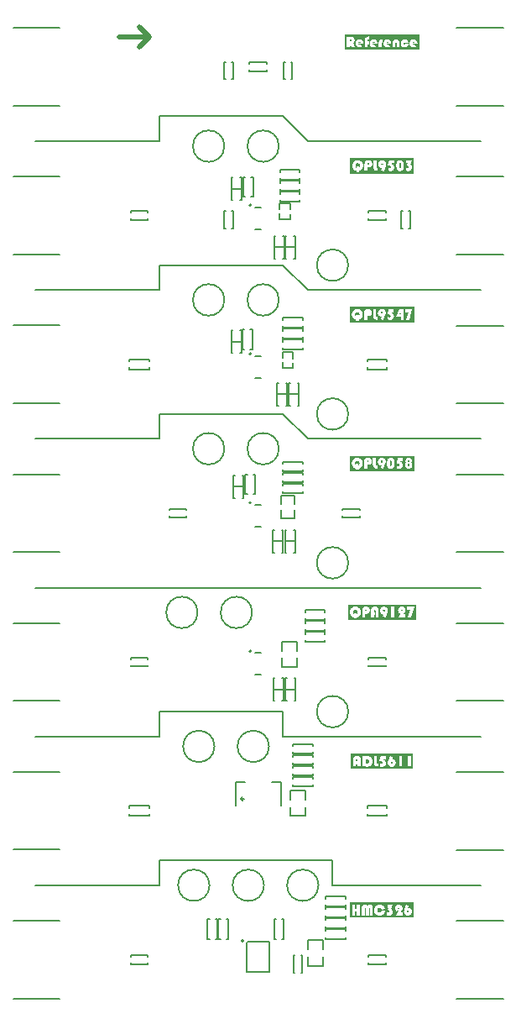
<source format=gto>
G04*
G04 #@! TF.GenerationSoftware,Altium Limited,Altium Designer,20.2.6 (244)*
G04*
G04 Layer_Color=65535*
%FSLAX44Y44*%
%MOMM*%
G71*
G04*
G04 #@! TF.SameCoordinates,69107643-4F9F-4E88-AEF3-5FE55586F8EB*
G04*
G04*
G04 #@! TF.FilePolarity,Positive*
G04*
G01*
G75*
%ADD10C,0.2000*%
%ADD11C,0.2500*%
%ADD12C,0.5000*%
%ADD13C,0.1500*%
G36*
X407134Y92418D02*
X342866D01*
Y107582D01*
X407134D01*
Y92418D01*
D02*
G37*
G36*
X406317Y242418D02*
X343683D01*
Y257582D01*
X406317D01*
Y242418D01*
D02*
G37*
G36*
X409542Y392076D02*
X340458D01*
Y407924D01*
X409542D01*
Y392076D01*
D02*
G37*
G36*
X407592Y542076D02*
X342408D01*
Y557924D01*
X407592D01*
Y542076D01*
D02*
G37*
G36*
X407500Y692076D02*
X342500D01*
Y707924D01*
X407500D01*
Y692076D01*
D02*
G37*
G36*
X407134Y842076D02*
X342866D01*
Y857924D01*
X407134D01*
Y842076D01*
D02*
G37*
G36*
X412716Y967551D02*
X337284D01*
Y982449D01*
X412716D01*
Y967551D01*
D02*
G37*
%LPC*%
G36*
X362862Y105549D02*
X362728D01*
X362412Y105532D01*
X362112Y105499D01*
X361862Y105432D01*
X361628Y105382D01*
X361462Y105315D01*
X361329Y105249D01*
X361245Y105215D01*
X361212Y105199D01*
X360995Y105049D01*
X360779Y104865D01*
X360595Y104682D01*
X360429Y104482D01*
X360279Y104316D01*
X360179Y104166D01*
X360095Y104066D01*
X360079Y104049D01*
Y104032D01*
X359912Y104299D01*
X359712Y104532D01*
X359512Y104732D01*
X359312Y104915D01*
X359112Y105049D01*
X358896Y105182D01*
X358696Y105282D01*
X358496Y105365D01*
X358296Y105415D01*
X358129Y105465D01*
X357963Y105499D01*
X357829Y105532D01*
X357713D01*
X357630Y105549D01*
X357563D01*
X357313Y105532D01*
X357080Y105515D01*
X356646Y105399D01*
X356263Y105265D01*
X355930Y105099D01*
X355797Y104999D01*
X355680Y104915D01*
X355580Y104849D01*
X355480Y104782D01*
X355413Y104715D01*
X355363Y104665D01*
X355347Y104649D01*
X355330Y104632D01*
X355180Y104466D01*
X355047Y104282D01*
X354930Y104082D01*
X354847Y103882D01*
X354680Y103499D01*
X354580Y103132D01*
X354530Y102799D01*
X354514Y102666D01*
X354497Y102533D01*
X354480Y102433D01*
Y94685D01*
X357630D01*
Y101566D01*
Y101716D01*
X357646Y101849D01*
X357679Y101966D01*
X357696Y102066D01*
X357779Y102216D01*
X357863Y102316D01*
X357929Y102366D01*
X358013Y102399D01*
X358063Y102416D01*
X358163D01*
X358229Y102383D01*
X358346Y102333D01*
X358396Y102266D01*
X358413Y102249D01*
Y102233D01*
X358446Y102149D01*
X358479Y102066D01*
X358496Y101833D01*
X358513Y101733D01*
Y101650D01*
Y101583D01*
Y101566D01*
Y94685D01*
X361662D01*
Y101616D01*
Y101750D01*
X361678Y101883D01*
X361728Y102083D01*
X361812Y102216D01*
X361895Y102316D01*
X361978Y102383D01*
X362062Y102399D01*
X362112Y102416D01*
X362212D01*
X362278Y102383D01*
X362395Y102333D01*
X362445Y102266D01*
X362462Y102249D01*
Y102233D01*
X362495Y102149D01*
X362511Y102066D01*
X362528Y101833D01*
X362545Y101733D01*
Y101650D01*
Y101583D01*
Y101566D01*
Y94685D01*
X365694D01*
Y102349D01*
X365661Y102633D01*
X365627Y102899D01*
X365577Y103149D01*
X365511Y103383D01*
X365444Y103599D01*
X365378Y103799D01*
X365311Y103966D01*
X365244Y104132D01*
X365177Y104266D01*
X365111Y104366D01*
X365044Y104466D01*
X364994Y104532D01*
X364961Y104599D01*
X364944Y104615D01*
X364928Y104632D01*
X364778Y104799D01*
X364611Y104932D01*
X364444Y105065D01*
X364261Y105165D01*
X363895Y105332D01*
X363545Y105432D01*
X363228Y105499D01*
X363078Y105515D01*
X362961Y105532D01*
X362862Y105549D01*
D02*
G37*
G36*
X372692D02*
X372592D01*
X372159Y105532D01*
X371743Y105482D01*
X371343Y105399D01*
X370959Y105299D01*
X370610Y105182D01*
X370276Y105032D01*
X369976Y104899D01*
X369693Y104749D01*
X369443Y104582D01*
X369226Y104449D01*
X369026Y104316D01*
X368877Y104182D01*
X368743Y104082D01*
X368660Y103999D01*
X368593Y103949D01*
X368577Y103932D01*
X368293Y103616D01*
X368044Y103299D01*
X367827Y102966D01*
X367644Y102633D01*
X367494Y102283D01*
X367360Y101950D01*
X367244Y101633D01*
X367160Y101333D01*
X367094Y101033D01*
X367044Y100766D01*
X367010Y100533D01*
X366994Y100333D01*
X366977Y100167D01*
X366960Y100033D01*
Y99933D01*
X366977Y99500D01*
X367027Y99084D01*
X367110Y98700D01*
X367210Y98334D01*
X367327Y97984D01*
X367460Y97651D01*
X367610Y97351D01*
X367760Y97084D01*
X367893Y96834D01*
X368044Y96634D01*
X368177Y96434D01*
X368293Y96284D01*
X368393Y96168D01*
X368477Y96068D01*
X368527Y96018D01*
X368543Y96001D01*
X368860Y95718D01*
X369176Y95485D01*
X369510Y95268D01*
X369843Y95085D01*
X370176Y94935D01*
X370509Y94801D01*
X370826Y94701D01*
X371126Y94618D01*
X371409Y94551D01*
X371676Y94501D01*
X371909Y94468D01*
X372109Y94451D01*
X372276Y94435D01*
X372409Y94418D01*
X372509D01*
X372942Y94435D01*
X373342Y94485D01*
X373725Y94551D01*
X374092Y94635D01*
X374425Y94735D01*
X374725Y94851D01*
X375025Y94985D01*
X375275Y95118D01*
X375508Y95235D01*
X375708Y95368D01*
X375891Y95485D01*
X376025Y95584D01*
X376141Y95668D01*
X376225Y95734D01*
X376275Y95784D01*
X376291Y95801D01*
X376558Y96084D01*
X376791Y96368D01*
X376991Y96684D01*
X377174Y97017D01*
X377341Y97334D01*
X377491Y97667D01*
X377608Y98000D01*
X377724Y98317D01*
X377808Y98600D01*
X377874Y98884D01*
X377941Y99134D01*
X377991Y99350D01*
X378024Y99517D01*
X378041Y99650D01*
X378058Y99733D01*
Y99767D01*
X374758Y99850D01*
X374708Y99450D01*
X374608Y99117D01*
X374492Y98817D01*
X374375Y98567D01*
X374258Y98384D01*
X374159Y98251D01*
X374092Y98167D01*
X374059Y98134D01*
X373825Y97934D01*
X373559Y97801D01*
X373292Y97701D01*
X373042Y97617D01*
X372809Y97584D01*
X372626Y97567D01*
X372559Y97551D01*
X372459D01*
X372109Y97584D01*
X371792Y97651D01*
X371509Y97767D01*
X371276Y97884D01*
X371076Y98000D01*
X370943Y98117D01*
X370859Y98184D01*
X370826Y98217D01*
X370610Y98484D01*
X370460Y98767D01*
X370343Y99067D01*
X370276Y99333D01*
X370226Y99567D01*
X370210Y99767D01*
X370193Y99833D01*
Y99883D01*
Y99917D01*
Y99933D01*
X370226Y100317D01*
X370293Y100667D01*
X370393Y100966D01*
X370526Y101233D01*
X370643Y101433D01*
X370743Y101583D01*
X370809Y101683D01*
X370843Y101716D01*
X371109Y101950D01*
X371376Y102116D01*
X371659Y102249D01*
X371926Y102333D01*
X372159Y102383D01*
X372342Y102399D01*
X372409Y102416D01*
X372509D01*
X372792Y102399D01*
X373059Y102349D01*
X373292Y102249D01*
X373509Y102149D01*
X373709Y102016D01*
X373892Y101866D01*
X374042Y101700D01*
X374175Y101550D01*
X374292Y101383D01*
X374392Y101216D01*
X374475Y101066D01*
X374542Y100933D01*
X374592Y100833D01*
X374625Y100750D01*
X374658Y100683D01*
Y100667D01*
X378041Y100900D01*
X377958Y101250D01*
X377841Y101583D01*
X377741Y101899D01*
X377608Y102199D01*
X377491Y102466D01*
X377358Y102716D01*
X377224Y102949D01*
X377108Y103149D01*
X376991Y103333D01*
X376875Y103499D01*
X376775Y103632D01*
X376691Y103749D01*
X376608Y103832D01*
X376558Y103899D01*
X376525Y103932D01*
X376508Y103949D01*
X376208Y104232D01*
X375891Y104482D01*
X375558Y104699D01*
X375225Y104882D01*
X374892Y105032D01*
X374575Y105165D01*
X374258Y105265D01*
X373959Y105349D01*
X373675Y105415D01*
X373409Y105465D01*
X373176Y105499D01*
X372976Y105532D01*
X372826D01*
X372692Y105549D01*
D02*
G37*
G36*
X385806Y105282D02*
X380207D01*
Y102233D01*
X381373D01*
X380590Y100133D01*
X380924Y100117D01*
X381207Y100067D01*
X381457Y100000D01*
X381673Y99933D01*
X381840Y99867D01*
X381957Y99800D01*
X382040Y99750D01*
X382057Y99733D01*
X382240Y99583D01*
X382390Y99400D01*
X382490Y99234D01*
X382556Y99067D01*
X382590Y98917D01*
X382623Y98800D01*
Y98717D01*
Y98684D01*
X382606Y98467D01*
X382556Y98284D01*
X382506Y98117D01*
X382440Y97984D01*
X382356Y97867D01*
X382307Y97784D01*
X382257Y97734D01*
X382240Y97717D01*
X382090Y97584D01*
X381940Y97501D01*
X381790Y97434D01*
X381657Y97384D01*
X381523Y97351D01*
X381423Y97334D01*
X381340D01*
X381140Y97351D01*
X380940Y97401D01*
X380757Y97467D01*
X380574Y97551D01*
X380407Y97617D01*
X380290Y97684D01*
X380207Y97734D01*
X380174Y97751D01*
Y94751D01*
X380507Y94635D01*
X380824Y94551D01*
X381123Y94501D01*
X381407Y94468D01*
X381640Y94435D01*
X381823Y94418D01*
X381973D01*
X382273Y94435D01*
X382556Y94468D01*
X382840Y94518D01*
X383090Y94585D01*
X383340Y94668D01*
X383573Y94751D01*
X383773Y94851D01*
X383973Y94951D01*
X384139Y95035D01*
X384289Y95135D01*
X384423Y95218D01*
X384539Y95301D01*
X384622Y95368D01*
X384689Y95418D01*
X384723Y95451D01*
X384739Y95468D01*
X384939Y95668D01*
X385106Y95884D01*
X385272Y96101D01*
X385389Y96318D01*
X385506Y96534D01*
X385589Y96751D01*
X385739Y97151D01*
X385772Y97334D01*
X385806Y97517D01*
X385839Y97667D01*
X385856Y97801D01*
X385872Y97900D01*
Y98050D01*
X385856Y98417D01*
X385806Y98767D01*
X385739Y99067D01*
X385656Y99333D01*
X385572Y99550D01*
X385506Y99700D01*
X385456Y99800D01*
X385439Y99833D01*
X385256Y100100D01*
X385056Y100367D01*
X384823Y100600D01*
X384606Y100800D01*
X384389Y100966D01*
X384223Y101100D01*
X384156Y101133D01*
X384123Y101166D01*
X384089Y101200D01*
X384073D01*
X385806Y105282D01*
D02*
G37*
G36*
X392137Y105549D02*
X391987D01*
X391704Y105532D01*
X391437Y105499D01*
X391171Y105449D01*
X390938Y105382D01*
X390488Y105199D01*
X390288Y105099D01*
X390104Y104999D01*
X389938Y104899D01*
X389788Y104799D01*
X389671Y104699D01*
X389571Y104615D01*
X389488Y104549D01*
X389421Y104499D01*
X389388Y104466D01*
X389371Y104449D01*
X389188Y104232D01*
X389021Y104016D01*
X388871Y103799D01*
X388755Y103582D01*
X388655Y103349D01*
X388572Y103132D01*
X388438Y102733D01*
X388388Y102549D01*
X388355Y102366D01*
X388338Y102216D01*
X388322Y102083D01*
X388305Y101983D01*
Y101833D01*
X388322Y101466D01*
X388372Y101133D01*
X388455Y100816D01*
X388538Y100550D01*
X388605Y100333D01*
X388688Y100167D01*
X388722Y100100D01*
X388738Y100050D01*
X388755Y100033D01*
Y100017D01*
X388938Y99733D01*
X389155Y99467D01*
X389371Y99234D01*
X389588Y99050D01*
X389771Y98884D01*
X389938Y98784D01*
X390038Y98700D01*
X390055Y98684D01*
X390071D01*
X391437Y101100D01*
X391338Y101200D01*
X391271Y101300D01*
X391221Y101400D01*
X391188Y101500D01*
X391171Y101566D01*
X391154Y101633D01*
Y101666D01*
Y101683D01*
X391171Y101799D01*
X391188Y101883D01*
X391254Y102050D01*
X391287Y102116D01*
X391321Y102166D01*
X391354Y102183D01*
Y102199D01*
X391437Y102266D01*
X391521Y102333D01*
X391687Y102383D01*
X391771Y102399D01*
X391821Y102416D01*
X392004D01*
X392121Y102383D01*
X392304Y102316D01*
X392437Y102216D01*
X392520Y102100D01*
X392587Y101983D01*
X392604Y101883D01*
X392621Y101816D01*
Y101783D01*
X392604Y101600D01*
X392554Y101433D01*
X392520Y101366D01*
X392487Y101316D01*
X392471Y101283D01*
Y101266D01*
X392354Y101050D01*
X388955Y94685D01*
X395803D01*
Y97751D01*
X394020D01*
X395286Y100183D01*
X395420Y100467D01*
X395520Y100766D01*
X395586Y101050D01*
X395636Y101300D01*
X395670Y101516D01*
X395686Y101683D01*
Y101750D01*
Y101799D01*
Y101816D01*
Y101833D01*
X395670Y102116D01*
X395636Y102399D01*
X395586Y102649D01*
X395520Y102899D01*
X395336Y103349D01*
X395253Y103549D01*
X395153Y103732D01*
X395037Y103899D01*
X394953Y104049D01*
X394853Y104166D01*
X394770Y104266D01*
X394703Y104349D01*
X394653Y104416D01*
X394620Y104449D01*
X394603Y104466D01*
X394403Y104649D01*
X394187Y104815D01*
X393954Y104965D01*
X393737Y105099D01*
X393520Y105199D01*
X393304Y105282D01*
X392887Y105415D01*
X392704Y105465D01*
X392537Y105499D01*
X392371Y105515D01*
X392237Y105532D01*
X392137Y105549D01*
D02*
G37*
G36*
X352581Y105282D02*
X349432D01*
Y94685D01*
X352581D01*
Y105282D01*
D02*
G37*
G36*
X348015D02*
X344866D01*
Y94685D01*
X348015D01*
Y98700D01*
X348898D01*
Y101500D01*
X348015D01*
Y105282D01*
D02*
G37*
G36*
X399385Y105582D02*
X397603Y100667D01*
X397503Y100383D01*
X397419Y100117D01*
X397336Y99867D01*
X397269Y99650D01*
X397219Y99433D01*
X397169Y99250D01*
X397136Y99084D01*
X397103Y98934D01*
X397086Y98800D01*
X397069Y98684D01*
X397053Y98584D01*
Y98500D01*
X397036Y98450D01*
Y98367D01*
X397053Y98084D01*
X397086Y97801D01*
X397153Y97517D01*
X397219Y97267D01*
X397419Y96801D01*
X397519Y96584D01*
X397636Y96384D01*
X397752Y96218D01*
X397853Y96068D01*
X397952Y95918D01*
X398052Y95818D01*
X398119Y95718D01*
X398186Y95651D01*
X398219Y95618D01*
X398236Y95601D01*
X398469Y95401D01*
X398702Y95218D01*
X398952Y95051D01*
X399185Y94918D01*
X399435Y94801D01*
X399669Y94701D01*
X399885Y94635D01*
X400102Y94568D01*
X400302Y94518D01*
X400485Y94485D01*
X400652Y94451D01*
X400802Y94435D01*
X400918Y94418D01*
X401068D01*
X401385Y94435D01*
X401685Y94468D01*
X401968Y94518D01*
X402235Y94601D01*
X402485Y94685D01*
X402735Y94785D01*
X402951Y94901D01*
X403151Y95001D01*
X403334Y95118D01*
X403484Y95218D01*
X403618Y95318D01*
X403734Y95401D01*
X403834Y95485D01*
X403901Y95534D01*
X403934Y95568D01*
X403951Y95584D01*
X404168Y95818D01*
X404334Y96051D01*
X404501Y96284D01*
X404634Y96534D01*
X404751Y96784D01*
X404851Y97017D01*
X404917Y97251D01*
X404984Y97484D01*
X405034Y97684D01*
X405067Y97884D01*
X405101Y98050D01*
X405117Y98201D01*
X405134Y98317D01*
Y98734D01*
X405101Y98984D01*
X405017Y99433D01*
X404901Y99817D01*
X404767Y100150D01*
X404701Y100300D01*
X404634Y100417D01*
X404567Y100533D01*
X404518Y100617D01*
X404468Y100683D01*
X404434Y100750D01*
X404417Y100766D01*
X404401Y100783D01*
X404251Y100950D01*
X404084Y101116D01*
X403718Y101433D01*
X403318Y101716D01*
X402934Y101966D01*
X402585Y102149D01*
X402418Y102233D01*
X402285Y102299D01*
X402168Y102366D01*
X402085Y102399D01*
X402035Y102433D01*
X402018D01*
X400768Y99383D01*
X400902Y99417D01*
X401002Y99433D01*
X401068D01*
X401218Y99417D01*
X401352Y99383D01*
X401485Y99333D01*
X401585Y99284D01*
X401668Y99217D01*
X401735Y99167D01*
X401768Y99134D01*
X401785Y99117D01*
X401885Y99000D01*
X401968Y98884D01*
X402018Y98750D01*
X402068Y98634D01*
X402085Y98534D01*
X402101Y98450D01*
Y98400D01*
Y98384D01*
X402085Y98234D01*
X402051Y98084D01*
X402001Y97967D01*
X401951Y97851D01*
X401885Y97767D01*
X401835Y97701D01*
X401801Y97667D01*
X401785Y97651D01*
X401668Y97551D01*
X401552Y97484D01*
X401435Y97417D01*
X401318Y97384D01*
X401218Y97367D01*
X401135Y97351D01*
X401068D01*
X400918Y97367D01*
X400768Y97401D01*
X400635Y97451D01*
X400535Y97501D01*
X400435Y97551D01*
X400368Y97601D01*
X400335Y97634D01*
X400318Y97651D01*
X400219Y97767D01*
X400152Y97884D01*
X400085Y98017D01*
X400052Y98117D01*
X400035Y98217D01*
X400019Y98300D01*
Y98350D01*
Y98367D01*
X400035Y98517D01*
X400069Y98667D01*
X400085Y98784D01*
X400102Y98800D01*
Y98817D01*
X402168Y104599D01*
X399385Y105582D01*
D02*
G37*
G36*
X378607Y255282D02*
X373692D01*
X372542Y249767D01*
X372759Y249817D01*
X372942Y249850D01*
X373092Y249867D01*
X373242Y249883D01*
X373342Y249900D01*
X373492D01*
X373825Y249883D01*
X374125Y249833D01*
X374392Y249767D01*
X374625Y249683D01*
X374808Y249600D01*
X374942Y249534D01*
X375025Y249484D01*
X375058Y249467D01*
X375275Y249300D01*
X375442Y249117D01*
X375558Y248934D01*
X375625Y248767D01*
X375675Y248617D01*
X375691Y248500D01*
X375708Y248434D01*
Y248400D01*
X375691Y248200D01*
X375642Y248017D01*
X375575Y247867D01*
X375508Y247751D01*
X375425Y247651D01*
X375358Y247584D01*
X375308Y247534D01*
X375292Y247517D01*
X375125Y247417D01*
X374942Y247334D01*
X374758Y247284D01*
X374575Y247234D01*
X374408Y247217D01*
X374275Y247201D01*
X374159D01*
X373892Y247217D01*
X373625Y247267D01*
X373359Y247334D01*
X373109Y247417D01*
X372892Y247501D01*
X372726Y247567D01*
X372659Y247601D01*
X372609Y247617D01*
X372592Y247634D01*
X372576D01*
Y245018D01*
X372992Y244818D01*
X373409Y244668D01*
X373809Y244568D01*
X374159Y244501D01*
X374309Y244468D01*
X374442Y244451D01*
X374575Y244435D01*
X374675D01*
X374758Y244418D01*
X374875D01*
X375192Y244435D01*
X375492Y244468D01*
X375792Y244518D01*
X376058Y244585D01*
X376308Y244651D01*
X376541Y244735D01*
X376775Y244835D01*
X376974Y244935D01*
X377141Y245018D01*
X377308Y245118D01*
X377441Y245201D01*
X377558Y245285D01*
X377641Y245334D01*
X377708Y245385D01*
X377741Y245418D01*
X377758Y245434D01*
X377958Y245634D01*
X378141Y245851D01*
X378291Y246051D01*
X378424Y246284D01*
X378541Y246501D01*
X378624Y246717D01*
X378707Y246917D01*
X378757Y247117D01*
X378807Y247317D01*
X378841Y247484D01*
X378874Y247634D01*
X378891Y247767D01*
X378907Y247884D01*
Y248034D01*
X378891Y248300D01*
X378874Y248567D01*
X378824Y248817D01*
X378757Y249050D01*
X378607Y249467D01*
X378524Y249667D01*
X378441Y249850D01*
X378341Y250000D01*
X378257Y250133D01*
X378174Y250267D01*
X378107Y250367D01*
X378041Y250450D01*
X377991Y250500D01*
X377974Y250533D01*
X377958Y250550D01*
X377824Y250700D01*
X377674Y250833D01*
X377341Y251066D01*
X376991Y251266D01*
X376658Y251450D01*
X376341Y251583D01*
X376208Y251633D01*
X376091Y251666D01*
X375991Y251700D01*
X375925Y251733D01*
X375875Y251750D01*
X375858D01*
X375991Y252233D01*
X378607D01*
Y255282D01*
D02*
G37*
G36*
X404318D02*
X401318D01*
Y244685D01*
X404318D01*
Y255282D01*
D02*
G37*
G36*
X395286D02*
X392287D01*
Y244685D01*
X395286D01*
Y255282D01*
D02*
G37*
G36*
X369876D02*
X366727D01*
Y248467D01*
X366744Y248151D01*
X366760Y247834D01*
X366810Y247551D01*
X366877Y247284D01*
X366944Y247034D01*
X367027Y246801D01*
X367110Y246601D01*
X367210Y246401D01*
X367294Y246234D01*
X367377Y246101D01*
X367460Y245968D01*
X367527Y245868D01*
X367594Y245784D01*
X367644Y245734D01*
X367660Y245701D01*
X367677Y245684D01*
X367860Y245501D01*
X368077Y245351D01*
X368277Y245218D01*
X368510Y245101D01*
X368727Y245018D01*
X368943Y244935D01*
X369376Y244818D01*
X369576Y244768D01*
X369760Y244735D01*
X369926Y244718D01*
X370076Y244701D01*
X370193Y244685D01*
X371209D01*
Y247751D01*
X371043D01*
X370809Y247767D01*
X370610Y247784D01*
X370443Y247817D01*
X370309Y247867D01*
X370226Y247917D01*
X370160Y247950D01*
X370126Y247967D01*
X370110Y247984D01*
X370026Y248100D01*
X369976Y248251D01*
X369926Y248400D01*
X369910Y248567D01*
X369893Y248717D01*
X369876Y248850D01*
Y248934D01*
Y248967D01*
Y255282D01*
D02*
G37*
G36*
X349931Y255549D02*
X349748D01*
X349398Y255532D01*
X349065Y255499D01*
X348748Y255449D01*
X348465Y255382D01*
X348199Y255299D01*
X347949Y255199D01*
X347732Y255099D01*
X347532Y254999D01*
X347349Y254899D01*
X347182Y254799D01*
X347049Y254699D01*
X346949Y254615D01*
X346866Y254549D01*
X346799Y254499D01*
X346766Y254466D01*
X346749Y254449D01*
X346566Y254232D01*
X346399Y254016D01*
X346249Y253766D01*
X346132Y253516D01*
X346032Y253266D01*
X345949Y253016D01*
X345816Y252533D01*
X345766Y252299D01*
X345732Y252083D01*
X345716Y251900D01*
X345699Y251733D01*
X345682Y251600D01*
Y244685D01*
X348832D01*
Y247201D01*
X349748D01*
Y250000D01*
X348832D01*
Y251316D01*
X348848Y251516D01*
X348865Y251683D01*
X348898Y251833D01*
X348948Y251950D01*
X348998Y252066D01*
X349065Y252150D01*
X349198Y252283D01*
X349332Y252366D01*
X349448Y252399D01*
X349532Y252416D01*
X349565D01*
X349698Y252399D01*
X349815Y252383D01*
X349898Y252333D01*
X349981Y252299D01*
X350031Y252249D01*
X350065Y252199D01*
X350098Y252183D01*
Y252166D01*
X350148Y252066D01*
X350181Y251933D01*
X350231Y251650D01*
X350248Y251516D01*
Y251416D01*
Y251350D01*
Y251316D01*
Y244685D01*
X353397D01*
Y251516D01*
X353381Y251883D01*
X353364Y252233D01*
X353314Y252566D01*
X353264Y252849D01*
X353197Y253132D01*
X353114Y253382D01*
X353031Y253599D01*
X352947Y253799D01*
X352864Y253982D01*
X352781Y254132D01*
X352714Y254266D01*
X352631Y254366D01*
X352581Y254449D01*
X352531Y254499D01*
X352514Y254532D01*
X352497Y254549D01*
X352314Y254732D01*
X352114Y254882D01*
X351914Y255015D01*
X351681Y255132D01*
X351464Y255232D01*
X351231Y255299D01*
X350781Y255432D01*
X350581Y255465D01*
X350381Y255499D01*
X350198Y255515D01*
X350048Y255532D01*
X349931Y255549D01*
D02*
G37*
G36*
X359679Y255282D02*
X355313D01*
Y244685D01*
X358463D01*
Y252233D01*
X359529D01*
X360012Y252216D01*
X360429Y252133D01*
X360779Y252033D01*
X361095Y251900D01*
X361345Y251733D01*
X361562Y251550D01*
X361745Y251350D01*
X361895Y251150D01*
X361995Y250950D01*
X362078Y250750D01*
X362145Y250567D01*
X362195Y250400D01*
X362212Y250267D01*
X362228Y250167D01*
Y250083D01*
Y250067D01*
X362195Y249667D01*
X362112Y249300D01*
X361978Y249000D01*
X361795Y248734D01*
X361595Y248517D01*
X361362Y248334D01*
X361112Y248184D01*
X360862Y248050D01*
X360595Y247967D01*
X360345Y247884D01*
X360112Y247834D01*
X359912Y247801D01*
X359729Y247784D01*
X359596Y247767D01*
X358979D01*
Y244668D01*
X359212Y244651D01*
X359396Y244635D01*
X359562D01*
X359696Y244618D01*
X359912D01*
X360362Y244635D01*
X360779Y244685D01*
X361179Y244751D01*
X361562Y244851D01*
X361912Y244968D01*
X362245Y245101D01*
X362545Y245235D01*
X362812Y245385D01*
X363061Y245518D01*
X363278Y245651D01*
X363461Y245784D01*
X363611Y245901D01*
X363728Y246001D01*
X363828Y246068D01*
X363878Y246118D01*
X363895Y246134D01*
X364178Y246434D01*
X364411Y246734D01*
X364628Y247067D01*
X364794Y247384D01*
X364944Y247717D01*
X365078Y248050D01*
X365177Y248367D01*
X365261Y248667D01*
X365327Y248950D01*
X365378Y249217D01*
X365411Y249467D01*
X365444Y249667D01*
Y249833D01*
X365461Y249967D01*
Y250067D01*
X365444Y250533D01*
X365378Y250966D01*
X365294Y251366D01*
X365177Y251750D01*
X365044Y252099D01*
X364894Y252433D01*
X364728Y252733D01*
X364561Y252999D01*
X364378Y253249D01*
X364228Y253449D01*
X364061Y253632D01*
X363928Y253782D01*
X363811Y253899D01*
X363728Y253982D01*
X363661Y254032D01*
X363645Y254049D01*
X363345Y254266D01*
X363028Y254449D01*
X362678Y254615D01*
X362345Y254765D01*
X361978Y254882D01*
X361628Y254982D01*
X361295Y255065D01*
X360962Y255132D01*
X360645Y255182D01*
X360345Y255215D01*
X360079Y255249D01*
X359862Y255265D01*
X359679Y255282D01*
D02*
G37*
G36*
X383056Y255582D02*
X381273Y250667D01*
X381173Y250383D01*
X381090Y250117D01*
X381007Y249867D01*
X380940Y249650D01*
X380890Y249433D01*
X380840Y249250D01*
X380807Y249084D01*
X380774Y248934D01*
X380757Y248800D01*
X380740Y248684D01*
X380723Y248584D01*
Y248500D01*
X380707Y248450D01*
Y248367D01*
X380723Y248084D01*
X380757Y247801D01*
X380824Y247517D01*
X380890Y247267D01*
X381090Y246801D01*
X381190Y246584D01*
X381307Y246384D01*
X381423Y246218D01*
X381523Y246068D01*
X381623Y245918D01*
X381723Y245818D01*
X381790Y245718D01*
X381857Y245651D01*
X381890Y245618D01*
X381907Y245601D01*
X382140Y245401D01*
X382373Y245218D01*
X382623Y245051D01*
X382856Y244918D01*
X383106Y244801D01*
X383340Y244701D01*
X383556Y244635D01*
X383773Y244568D01*
X383973Y244518D01*
X384156Y244485D01*
X384323Y244451D01*
X384473Y244435D01*
X384589Y244418D01*
X384739D01*
X385056Y244435D01*
X385356Y244468D01*
X385639Y244518D01*
X385906Y244601D01*
X386156Y244685D01*
X386405Y244785D01*
X386622Y244901D01*
X386822Y245001D01*
X387005Y245118D01*
X387155Y245218D01*
X387289Y245318D01*
X387405Y245401D01*
X387505Y245485D01*
X387572Y245534D01*
X387605Y245568D01*
X387622Y245585D01*
X387838Y245818D01*
X388005Y246051D01*
X388172Y246284D01*
X388305Y246534D01*
X388422Y246784D01*
X388521Y247017D01*
X388588Y247251D01*
X388655Y247484D01*
X388705Y247684D01*
X388738Y247884D01*
X388772Y248050D01*
X388788Y248200D01*
X388805Y248317D01*
Y248734D01*
X388772Y248984D01*
X388688Y249433D01*
X388572Y249817D01*
X388438Y250150D01*
X388372Y250300D01*
X388305Y250417D01*
X388238Y250533D01*
X388188Y250616D01*
X388138Y250683D01*
X388105Y250750D01*
X388088Y250767D01*
X388072Y250783D01*
X387922Y250950D01*
X387755Y251116D01*
X387388Y251433D01*
X386989Y251716D01*
X386605Y251966D01*
X386255Y252150D01*
X386089Y252233D01*
X385956Y252299D01*
X385839Y252366D01*
X385756Y252399D01*
X385706Y252433D01*
X385689D01*
X384439Y249384D01*
X384573Y249417D01*
X384673Y249433D01*
X384739D01*
X384889Y249417D01*
X385022Y249384D01*
X385156Y249333D01*
X385256Y249284D01*
X385339Y249217D01*
X385406Y249167D01*
X385439Y249134D01*
X385456Y249117D01*
X385556Y249000D01*
X385639Y248884D01*
X385689Y248750D01*
X385739Y248634D01*
X385756Y248534D01*
X385772Y248450D01*
Y248400D01*
Y248384D01*
X385756Y248234D01*
X385722Y248084D01*
X385672Y247967D01*
X385622Y247851D01*
X385556Y247767D01*
X385506Y247701D01*
X385472Y247667D01*
X385456Y247651D01*
X385339Y247551D01*
X385222Y247484D01*
X385106Y247417D01*
X384989Y247384D01*
X384889Y247367D01*
X384806Y247351D01*
X384739D01*
X384589Y247367D01*
X384439Y247401D01*
X384306Y247451D01*
X384206Y247501D01*
X384106Y247551D01*
X384039Y247601D01*
X384006Y247634D01*
X383989Y247651D01*
X383889Y247767D01*
X383823Y247884D01*
X383756Y248017D01*
X383723Y248117D01*
X383706Y248217D01*
X383689Y248300D01*
Y248350D01*
Y248367D01*
X383706Y248517D01*
X383739Y248667D01*
X383756Y248784D01*
X383773Y248800D01*
Y248817D01*
X385839Y254599D01*
X383056Y255582D01*
D02*
G37*
G36*
X359037Y405924D02*
X358887D01*
X358554Y405907D01*
X358238Y405873D01*
X357938Y405807D01*
X357688Y405740D01*
X357471Y405673D01*
X357304Y405607D01*
X357238Y405590D01*
X357188Y405574D01*
X357171Y405557D01*
X357155D01*
X356855Y405407D01*
X356588Y405240D01*
X356338Y405074D01*
X356138Y404924D01*
X355972Y404774D01*
X355855Y404657D01*
X355788Y404590D01*
X355755Y404557D01*
X355588Y404341D01*
X355438Y404124D01*
X355322Y403924D01*
X355222Y403724D01*
X355138Y403557D01*
X355088Y403441D01*
X355072Y403358D01*
X355055Y403324D01*
X354989Y403058D01*
X354939Y402791D01*
X354905Y402508D01*
X354888Y402241D01*
X354872Y402008D01*
X354855Y401808D01*
Y395060D01*
X358004D01*
Y401974D01*
X358021Y402141D01*
X358038Y402291D01*
X358071Y402408D01*
X358121Y402508D01*
X358238Y402674D01*
X358371Y402791D01*
X358504Y402858D01*
X358621Y402891D01*
X358704Y402908D01*
X358871D01*
X358987Y402874D01*
X359154Y402808D01*
X359287Y402691D01*
X359387Y402574D01*
X359437Y402441D01*
X359454Y402324D01*
X359471Y402258D01*
Y402224D01*
X359454Y402091D01*
X359437Y401991D01*
X359387Y401891D01*
X359321Y401808D01*
X359171Y401675D01*
X359004Y401591D01*
X358821Y401525D01*
X358671Y401508D01*
X358604Y401491D01*
X358521D01*
Y398709D01*
X358987D01*
X359321Y398725D01*
X359621Y398742D01*
X359921Y398792D01*
X360171Y398842D01*
X360420Y398909D01*
X360654Y398992D01*
X360854Y399075D01*
X361020Y399159D01*
X361187Y399225D01*
X361320Y399309D01*
X361437Y399392D01*
X361537Y399459D01*
X361603Y399508D01*
X361653Y399558D01*
X361687Y399575D01*
X361703Y399592D01*
X361887Y399775D01*
X362037Y399975D01*
X362170Y400192D01*
X362287Y400392D01*
X362387Y400608D01*
X362453Y400825D01*
X362587Y401225D01*
X362620Y401408D01*
X362653Y401575D01*
X362670Y401725D01*
X362687Y401858D01*
X362703Y401974D01*
Y402124D01*
X362687Y402424D01*
X362653Y402708D01*
X362603Y402974D01*
X362537Y403224D01*
X362453Y403474D01*
X362353Y403691D01*
X362253Y403891D01*
X362153Y404074D01*
X362053Y404241D01*
X361953Y404390D01*
X361853Y404524D01*
X361770Y404624D01*
X361703Y404707D01*
X361653Y404774D01*
X361620Y404807D01*
X361603Y404824D01*
X361387Y405024D01*
X361170Y405190D01*
X360937Y405340D01*
X360720Y405457D01*
X360487Y405574D01*
X360254Y405657D01*
X359837Y405790D01*
X359637Y405840D01*
X359454Y405873D01*
X359304Y405890D01*
X359154Y405907D01*
X359037Y405924D01*
D02*
G37*
G36*
X407542Y405657D02*
X400393D01*
Y402608D01*
X403626D01*
X401227Y395060D01*
X404459D01*
X407542Y405657D01*
D02*
G37*
G36*
X395012Y405924D02*
X394862D01*
X394578Y405907D01*
X394312Y405873D01*
X394045Y405824D01*
X393812Y405757D01*
X393362Y405574D01*
X393162Y405474D01*
X392979Y405374D01*
X392812Y405274D01*
X392662Y405174D01*
X392546Y405074D01*
X392445Y404990D01*
X392362Y404924D01*
X392296Y404874D01*
X392262Y404840D01*
X392246Y404824D01*
X392062Y404607D01*
X391896Y404390D01*
X391746Y404174D01*
X391629Y403957D01*
X391529Y403724D01*
X391446Y403507D01*
X391312Y403107D01*
X391263Y402924D01*
X391229Y402741D01*
X391213Y402591D01*
X391196Y402458D01*
X391179Y402358D01*
Y402208D01*
X391196Y401841D01*
X391246Y401508D01*
X391329Y401191D01*
X391413Y400925D01*
X391479Y400708D01*
X391562Y400541D01*
X391596Y400475D01*
X391612Y400425D01*
X391629Y400408D01*
Y400392D01*
X391812Y400108D01*
X392029Y399842D01*
X392246Y399608D01*
X392462Y399425D01*
X392645Y399258D01*
X392812Y399159D01*
X392912Y399075D01*
X392929Y399059D01*
X392945D01*
X394312Y401475D01*
X394212Y401575D01*
X394145Y401675D01*
X394095Y401774D01*
X394062Y401875D01*
X394045Y401941D01*
X394029Y402008D01*
Y402041D01*
Y402058D01*
X394045Y402174D01*
X394062Y402258D01*
X394128Y402424D01*
X394162Y402491D01*
X394195Y402541D01*
X394228Y402558D01*
Y402574D01*
X394312Y402641D01*
X394395Y402708D01*
X394562Y402758D01*
X394645Y402774D01*
X394695Y402791D01*
X394878D01*
X394995Y402758D01*
X395178Y402691D01*
X395312Y402591D01*
X395395Y402474D01*
X395461Y402358D01*
X395478Y402258D01*
X395495Y402191D01*
Y402158D01*
X395478Y401974D01*
X395428Y401808D01*
X395395Y401741D01*
X395362Y401691D01*
X395345Y401658D01*
Y401641D01*
X395228Y401425D01*
X391829Y395060D01*
X398677D01*
Y398125D01*
X396894D01*
X398161Y400558D01*
X398294Y400841D01*
X398394Y401141D01*
X398461Y401425D01*
X398511Y401675D01*
X398544Y401891D01*
X398561Y402058D01*
Y402124D01*
Y402174D01*
Y402191D01*
Y402208D01*
X398544Y402491D01*
X398511Y402774D01*
X398461Y403024D01*
X398394Y403274D01*
X398211Y403724D01*
X398127Y403924D01*
X398027Y404107D01*
X397911Y404274D01*
X397827Y404424D01*
X397728Y404540D01*
X397644Y404641D01*
X397578Y404724D01*
X397528Y404790D01*
X397494Y404824D01*
X397478Y404840D01*
X397278Y405024D01*
X397061Y405190D01*
X396828Y405340D01*
X396611Y405474D01*
X396395Y405574D01*
X396178Y405657D01*
X395761Y405790D01*
X395578Y405840D01*
X395411Y405873D01*
X395245Y405890D01*
X395112Y405907D01*
X395012Y405924D01*
D02*
G37*
G36*
X387397Y405657D02*
X384398D01*
Y395060D01*
X387397D01*
Y405657D01*
D02*
G37*
G36*
X368035Y405924D02*
X367852D01*
X367502Y405907D01*
X367169Y405873D01*
X366852Y405824D01*
X366569Y405757D01*
X366302Y405673D01*
X366052Y405574D01*
X365836Y405474D01*
X365636Y405374D01*
X365452Y405274D01*
X365286Y405174D01*
X365153Y405074D01*
X365053Y404990D01*
X364969Y404924D01*
X364903Y404874D01*
X364869Y404840D01*
X364853Y404824D01*
X364669Y404607D01*
X364503Y404390D01*
X364353Y404141D01*
X364236Y403891D01*
X364136Y403641D01*
X364053Y403391D01*
X363919Y402908D01*
X363870Y402674D01*
X363836Y402458D01*
X363820Y402274D01*
X363803Y402108D01*
X363786Y401974D01*
Y395060D01*
X366935D01*
Y397576D01*
X367852D01*
Y400375D01*
X366935D01*
Y401691D01*
X366952Y401891D01*
X366969Y402058D01*
X367002Y402208D01*
X367052Y402324D01*
X367102Y402441D01*
X367169Y402524D01*
X367302Y402658D01*
X367435Y402741D01*
X367552Y402774D01*
X367635Y402791D01*
X367669D01*
X367802Y402774D01*
X367919Y402758D01*
X368002Y402708D01*
X368085Y402674D01*
X368135Y402624D01*
X368168Y402574D01*
X368202Y402558D01*
Y402541D01*
X368252Y402441D01*
X368285Y402308D01*
X368335Y402024D01*
X368352Y401891D01*
Y401791D01*
Y401725D01*
Y401691D01*
Y395060D01*
X371501D01*
Y401891D01*
X371484Y402258D01*
X371468Y402608D01*
X371418Y402941D01*
X371368Y403224D01*
X371301Y403507D01*
X371218Y403757D01*
X371134Y403974D01*
X371051Y404174D01*
X370968Y404357D01*
X370884Y404507D01*
X370818Y404641D01*
X370734Y404740D01*
X370685Y404824D01*
X370634Y404874D01*
X370618Y404907D01*
X370601Y404924D01*
X370418Y405107D01*
X370218Y405257D01*
X370018Y405390D01*
X369785Y405507D01*
X369568Y405607D01*
X369335Y405673D01*
X368885Y405807D01*
X368685Y405840D01*
X368485Y405873D01*
X368302Y405890D01*
X368152Y405907D01*
X368035Y405924D01*
D02*
G37*
G36*
X377016D02*
X376866D01*
X376550Y405907D01*
X376250Y405873D01*
X375966Y405807D01*
X375700Y405740D01*
X375450Y405657D01*
X375200Y405557D01*
X374983Y405440D01*
X374783Y405340D01*
X374600Y405224D01*
X374450Y405107D01*
X374317Y405007D01*
X374200Y404924D01*
X374100Y404857D01*
X374034Y404790D01*
X374000Y404757D01*
X373984Y404740D01*
X373784Y404507D01*
X373600Y404274D01*
X373450Y404041D01*
X373317Y403791D01*
X373200Y403541D01*
X373101Y403307D01*
X373017Y403074D01*
X372967Y402841D01*
X372917Y402641D01*
X372884Y402441D01*
X372851Y402274D01*
X372834Y402124D01*
X372817Y402008D01*
Y401841D01*
X372834Y401591D01*
X372851Y401341D01*
X372934Y400891D01*
X373050Y400508D01*
X373184Y400158D01*
X373251Y400025D01*
X373300Y399892D01*
X373367Y399792D01*
X373417Y399692D01*
X373467Y399625D01*
X373500Y399575D01*
X373534Y399542D01*
Y399525D01*
X373684Y399358D01*
X373850Y399192D01*
X374217Y398875D01*
X374617Y398609D01*
X375000Y398359D01*
X375350Y398159D01*
X375517Y398075D01*
X375650Y398009D01*
X375766Y397942D01*
X375850Y397909D01*
X375900Y397892D01*
X375916Y397876D01*
X377183Y400925D01*
X377049Y400908D01*
X376966Y400891D01*
X376883D01*
X376733Y400908D01*
X376583Y400941D01*
X376466Y400991D01*
X376350Y401041D01*
X376266Y401091D01*
X376200Y401141D01*
X376166Y401175D01*
X376150Y401191D01*
X376050Y401308D01*
X375983Y401441D01*
X375916Y401558D01*
X375883Y401675D01*
X375867Y401791D01*
X375850Y401875D01*
Y401925D01*
Y401941D01*
X375867Y402091D01*
X375900Y402241D01*
X375950Y402374D01*
X376000Y402474D01*
X376050Y402574D01*
X376100Y402641D01*
X376133Y402674D01*
X376150Y402691D01*
X376266Y402791D01*
X376383Y402874D01*
X376516Y402924D01*
X376616Y402974D01*
X376716Y402991D01*
X376800Y403008D01*
X376866D01*
X377016Y402991D01*
X377166Y402958D01*
X377299Y402908D01*
X377399Y402858D01*
X377499Y402791D01*
X377566Y402741D01*
X377599Y402708D01*
X377616Y402691D01*
X377716Y402574D01*
X377799Y402458D01*
X377849Y402341D01*
X377899Y402224D01*
X377916Y402124D01*
X377933Y402041D01*
Y401991D01*
Y401974D01*
X377916Y401824D01*
X377883Y401675D01*
X377849Y401575D01*
X377833Y401541D01*
Y401525D01*
X375766Y395726D01*
X378566Y394760D01*
X380332Y399658D01*
X380432Y399942D01*
X380532Y400208D01*
X380599Y400458D01*
X380665Y400675D01*
X380732Y400891D01*
X380765Y401075D01*
X380815Y401241D01*
X380849Y401391D01*
X380865Y401525D01*
X380882Y401641D01*
X380899Y401741D01*
Y401824D01*
X380915Y401875D01*
Y401958D01*
X380899Y402258D01*
X380865Y402524D01*
X380798Y402808D01*
X380732Y403058D01*
X380532Y403524D01*
X380415Y403741D01*
X380315Y403941D01*
X380199Y404107D01*
X380082Y404274D01*
X379982Y404407D01*
X379882Y404507D01*
X379815Y404607D01*
X379749Y404674D01*
X379715Y404707D01*
X379699Y404724D01*
X379465Y404940D01*
X379232Y405124D01*
X378982Y405274D01*
X378749Y405424D01*
X378499Y405540D01*
X378266Y405624D01*
X378049Y405707D01*
X377833Y405774D01*
X377633Y405824D01*
X377449Y405857D01*
X377283Y405890D01*
X377133Y405907D01*
X377016Y405924D01*
D02*
G37*
G36*
X348140D02*
X348024D01*
X347640Y405907D01*
X347274Y405873D01*
X346924Y405790D01*
X346591Y405707D01*
X346274Y405607D01*
X345974Y405490D01*
X345691Y405374D01*
X345424Y405240D01*
X345191Y405107D01*
X344991Y404990D01*
X344808Y404874D01*
X344658Y404774D01*
X344541Y404691D01*
X344441Y404624D01*
X344391Y404574D01*
X344375Y404557D01*
X344041Y404241D01*
X343741Y403907D01*
X343491Y403574D01*
X343275Y403224D01*
X343075Y402874D01*
X342925Y402524D01*
X342792Y402191D01*
X342692Y401858D01*
X342625Y401558D01*
X342558Y401275D01*
X342525Y401025D01*
X342492Y400808D01*
X342475Y400625D01*
X342458Y400491D01*
Y400375D01*
X342475Y400025D01*
X342508Y399675D01*
X342558Y399342D01*
X342625Y399025D01*
X342708Y398725D01*
X342808Y398459D01*
X342908Y398192D01*
X343008Y397959D01*
X343108Y397742D01*
X343208Y397542D01*
X343308Y397376D01*
X343391Y397242D01*
X343458Y397126D01*
X343508Y397042D01*
X343541Y396992D01*
X343558Y396976D01*
X343775Y396709D01*
X344008Y396476D01*
X344241Y396243D01*
X344491Y396043D01*
X344741Y395876D01*
X344974Y395709D01*
X345224Y395560D01*
X345458Y395443D01*
X345674Y395343D01*
X345874Y395243D01*
X346057Y395176D01*
X346224Y395110D01*
X346341Y395060D01*
X346441Y395026D01*
X346507Y395010D01*
X346524D01*
Y394076D01*
X349523D01*
Y395010D01*
X349856Y395110D01*
X350173Y395243D01*
X350473Y395376D01*
X350756Y395526D01*
X351023Y395676D01*
X351256Y395843D01*
X351473Y395993D01*
X351673Y396159D01*
X351839Y396309D01*
X351989Y396459D01*
X352122Y396576D01*
X352223Y396693D01*
X352306Y396792D01*
X352373Y396859D01*
X352406Y396909D01*
X352422Y396926D01*
X352622Y397226D01*
X352806Y397526D01*
X352956Y397842D01*
X353106Y398142D01*
X353206Y398442D01*
X353306Y398725D01*
X353389Y399009D01*
X353439Y399275D01*
X353489Y399525D01*
X353522Y399758D01*
X353555Y399958D01*
X353572Y400125D01*
X353589Y400275D01*
Y400458D01*
X353572Y400825D01*
X353539Y401191D01*
X353472Y401541D01*
X353389Y401858D01*
X353289Y402174D01*
X353172Y402474D01*
X353056Y402741D01*
X352939Y402991D01*
X352806Y403208D01*
X352689Y403424D01*
X352572Y403591D01*
X352472Y403741D01*
X352389Y403857D01*
X352323Y403941D01*
X352289Y403991D01*
X352272Y404007D01*
X351956Y404341D01*
X351623Y404641D01*
X351273Y404890D01*
X350923Y405124D01*
X350573Y405307D01*
X350223Y405457D01*
X349873Y405590D01*
X349540Y405690D01*
X349223Y405757D01*
X348940Y405824D01*
X348690Y405873D01*
X348457Y405890D01*
X348274Y405907D01*
X348140Y405924D01*
D02*
G37*
%LPD*%
G36*
X348357Y402758D02*
X348673Y402674D01*
X348957Y402558D01*
X349190Y402424D01*
X349390Y402291D01*
X349540Y402174D01*
X349623Y402091D01*
X349656Y402075D01*
Y402058D01*
X349890Y401774D01*
X350056Y401491D01*
X350190Y401208D01*
X350273Y400941D01*
X350323Y400708D01*
X350340Y400525D01*
X350356Y400458D01*
Y400408D01*
Y400375D01*
Y400358D01*
X350340Y400125D01*
X350323Y399925D01*
X350273Y399708D01*
X350206Y399525D01*
X350056Y399175D01*
X349890Y398875D01*
X349706Y398642D01*
X349557Y398475D01*
X349490Y398409D01*
X349440Y398359D01*
X349423Y398342D01*
X349407Y398325D01*
Y399525D01*
X346624D01*
Y398325D01*
X346457Y398475D01*
X346324Y398625D01*
X346191Y398792D01*
X346091Y398975D01*
X345924Y399309D01*
X345807Y399625D01*
X345741Y399925D01*
X345724Y400042D01*
X345708Y400142D01*
X345691Y400242D01*
Y400308D01*
Y400342D01*
Y400358D01*
X345724Y400708D01*
X345791Y401041D01*
X345908Y401325D01*
X346041Y401575D01*
X346157Y401774D01*
X346274Y401925D01*
X346341Y402024D01*
X346374Y402058D01*
X346507Y402191D01*
X346641Y402308D01*
X346924Y402474D01*
X347207Y402608D01*
X347457Y402708D01*
X347690Y402758D01*
X347857Y402774D01*
X347924Y402791D01*
X348190D01*
X348357Y402758D01*
D02*
G37*
%LPC*%
G36*
X360987Y555924D02*
X360837D01*
X360504Y555907D01*
X360187Y555873D01*
X359887Y555807D01*
X359637Y555740D01*
X359421Y555673D01*
X359254Y555607D01*
X359187Y555590D01*
X359137Y555574D01*
X359121Y555557D01*
X359104D01*
X358804Y555407D01*
X358538Y555240D01*
X358288Y555074D01*
X358088Y554924D01*
X357921Y554774D01*
X357804Y554657D01*
X357738Y554590D01*
X357704Y554557D01*
X357538Y554341D01*
X357388Y554124D01*
X357271Y553924D01*
X357171Y553724D01*
X357088Y553557D01*
X357038Y553441D01*
X357021Y553358D01*
X357005Y553324D01*
X356938Y553058D01*
X356888Y552791D01*
X356855Y552508D01*
X356838Y552241D01*
X356821Y552008D01*
X356805Y551808D01*
Y545060D01*
X359954D01*
Y551974D01*
X359971Y552141D01*
X359987Y552291D01*
X360020Y552408D01*
X360070Y552508D01*
X360187Y552674D01*
X360320Y552791D01*
X360454Y552858D01*
X360570Y552891D01*
X360654Y552908D01*
X360820D01*
X360937Y552874D01*
X361104Y552808D01*
X361237Y552691D01*
X361337Y552574D01*
X361387Y552441D01*
X361404Y552324D01*
X361420Y552258D01*
Y552224D01*
X361404Y552091D01*
X361387Y551991D01*
X361337Y551891D01*
X361270Y551808D01*
X361120Y551675D01*
X360954Y551591D01*
X360770Y551525D01*
X360620Y551508D01*
X360554Y551491D01*
X360470D01*
Y548709D01*
X360937D01*
X361270Y548725D01*
X361570Y548742D01*
X361870Y548792D01*
X362120Y548842D01*
X362370Y548909D01*
X362603Y548992D01*
X362803Y549075D01*
X362970Y549159D01*
X363136Y549225D01*
X363270Y549309D01*
X363386Y549392D01*
X363486Y549459D01*
X363553Y549509D01*
X363603Y549558D01*
X363636Y549575D01*
X363653Y549592D01*
X363836Y549775D01*
X363986Y549975D01*
X364119Y550192D01*
X364236Y550392D01*
X364336Y550608D01*
X364403Y550825D01*
X364536Y551225D01*
X364569Y551408D01*
X364603Y551575D01*
X364619Y551725D01*
X364636Y551858D01*
X364653Y551974D01*
Y552124D01*
X364636Y552424D01*
X364603Y552708D01*
X364553Y552974D01*
X364486Y553224D01*
X364403Y553474D01*
X364303Y553691D01*
X364203Y553891D01*
X364103Y554074D01*
X364003Y554241D01*
X363903Y554390D01*
X363803Y554524D01*
X363720Y554624D01*
X363653Y554707D01*
X363603Y554774D01*
X363570Y554807D01*
X363553Y554824D01*
X363336Y555024D01*
X363120Y555190D01*
X362886Y555340D01*
X362670Y555457D01*
X362437Y555574D01*
X362203Y555657D01*
X361787Y555790D01*
X361587Y555840D01*
X361404Y555873D01*
X361254Y555890D01*
X361104Y555907D01*
X360987Y555924D01*
D02*
G37*
G36*
X395678Y555657D02*
X390763D01*
X389613Y550142D01*
X389829Y550192D01*
X390013Y550225D01*
X390163Y550242D01*
X390313Y550258D01*
X390413Y550275D01*
X390563D01*
X390896Y550258D01*
X391196Y550208D01*
X391463Y550142D01*
X391696Y550058D01*
X391879Y549975D01*
X392012Y549908D01*
X392096Y549858D01*
X392129Y549842D01*
X392346Y549675D01*
X392512Y549492D01*
X392629Y549309D01*
X392696Y549142D01*
X392746Y548992D01*
X392762Y548875D01*
X392779Y548809D01*
Y548775D01*
X392762Y548575D01*
X392712Y548392D01*
X392645Y548242D01*
X392579Y548125D01*
X392495Y548026D01*
X392429Y547959D01*
X392379Y547909D01*
X392362Y547892D01*
X392196Y547792D01*
X392012Y547709D01*
X391829Y547659D01*
X391646Y547609D01*
X391479Y547592D01*
X391346Y547576D01*
X391229D01*
X390963Y547592D01*
X390696Y547642D01*
X390429Y547709D01*
X390179Y547792D01*
X389963Y547876D01*
X389796Y547942D01*
X389730Y547976D01*
X389680Y547992D01*
X389663Y548009D01*
X389646D01*
Y545393D01*
X390063Y545193D01*
X390479Y545043D01*
X390879Y544943D01*
X391229Y544876D01*
X391379Y544843D01*
X391512Y544826D01*
X391646Y544810D01*
X391746D01*
X391829Y544793D01*
X391946D01*
X392262Y544810D01*
X392562Y544843D01*
X392862Y544893D01*
X393129Y544960D01*
X393379Y545026D01*
X393612Y545110D01*
X393845Y545210D01*
X394045Y545309D01*
X394212Y545393D01*
X394378Y545493D01*
X394512Y545576D01*
X394628Y545659D01*
X394712Y545709D01*
X394778Y545759D01*
X394812Y545793D01*
X394828Y545809D01*
X395028Y546009D01*
X395211Y546226D01*
X395362Y546426D01*
X395495Y546659D01*
X395611Y546876D01*
X395695Y547092D01*
X395778Y547292D01*
X395828Y547492D01*
X395878Y547692D01*
X395911Y547859D01*
X395945Y548009D01*
X395961Y548142D01*
X395978Y548259D01*
Y548409D01*
X395961Y548675D01*
X395945Y548942D01*
X395895Y549192D01*
X395828Y549425D01*
X395678Y549842D01*
X395595Y550042D01*
X395511Y550225D01*
X395411Y550375D01*
X395328Y550508D01*
X395245Y550642D01*
X395178Y550742D01*
X395112Y550825D01*
X395061Y550875D01*
X395045Y550908D01*
X395028Y550925D01*
X394895Y551075D01*
X394745Y551208D01*
X394412Y551441D01*
X394062Y551641D01*
X393728Y551824D01*
X393412Y551958D01*
X393279Y552008D01*
X393162Y552041D01*
X393062Y552075D01*
X392995Y552108D01*
X392945Y552124D01*
X392929D01*
X393062Y552608D01*
X395678D01*
Y555657D01*
D02*
G37*
G36*
X368885D02*
X365736D01*
Y548842D01*
X365752Y548525D01*
X365769Y548209D01*
X365819Y547925D01*
X365886Y547659D01*
X365952Y547409D01*
X366036Y547176D01*
X366119Y546976D01*
X366219Y546776D01*
X366302Y546609D01*
X366386Y546476D01*
X366469Y546343D01*
X366535Y546243D01*
X366602Y546159D01*
X366652Y546109D01*
X366669Y546076D01*
X366685Y546059D01*
X366869Y545876D01*
X367085Y545726D01*
X367285Y545593D01*
X367519Y545476D01*
X367735Y545393D01*
X367952Y545309D01*
X368385Y545193D01*
X368585Y545143D01*
X368768Y545110D01*
X368935Y545093D01*
X369085Y545076D01*
X369202Y545060D01*
X370218D01*
Y548125D01*
X370051D01*
X369818Y548142D01*
X369618Y548159D01*
X369451Y548192D01*
X369318Y548242D01*
X369235Y548292D01*
X369168Y548325D01*
X369135Y548342D01*
X369118Y548359D01*
X369035Y548475D01*
X368985Y548625D01*
X368935Y548775D01*
X368918Y548942D01*
X368902Y549092D01*
X368885Y549225D01*
Y549309D01*
Y549342D01*
Y555657D01*
D02*
G37*
G36*
X401943Y555924D02*
X401810D01*
X401560Y555907D01*
X401310Y555890D01*
X400877Y555790D01*
X400477Y555640D01*
X400144Y555490D01*
X400010Y555407D01*
X399877Y555324D01*
X399777Y555240D01*
X399694Y555174D01*
X399627Y555124D01*
X399577Y555074D01*
X399544Y555057D01*
X399527Y555040D01*
X399377Y554874D01*
X399244Y554691D01*
X399110Y554507D01*
X399011Y554324D01*
X398861Y553957D01*
X398761Y553607D01*
X398694Y553291D01*
X398677Y553158D01*
X398661Y553041D01*
X398644Y552958D01*
Y552891D01*
Y552841D01*
Y552824D01*
X398661Y552491D01*
X398727Y552158D01*
X398827Y551875D01*
X398927Y551625D01*
X399027Y551425D01*
X399127Y551258D01*
X399194Y551158D01*
X399211Y551141D01*
Y551125D01*
X398994Y550875D01*
X398811Y550642D01*
X398644Y550425D01*
X398527Y550242D01*
X398427Y550092D01*
X398361Y549958D01*
X398327Y549892D01*
X398311Y549858D01*
X398227Y549625D01*
X398161Y549392D01*
X398127Y549159D01*
X398094Y548942D01*
X398077Y548759D01*
X398061Y548609D01*
Y548475D01*
X398077Y548192D01*
X398111Y547909D01*
X398161Y547642D01*
X398227Y547392D01*
X398311Y547159D01*
X398394Y546942D01*
X398494Y546743D01*
X398594Y546559D01*
X398694Y546409D01*
X398794Y546259D01*
X398877Y546143D01*
X398960Y546026D01*
X399027Y545943D01*
X399077Y545893D01*
X399110Y545859D01*
X399127Y545843D01*
X399344Y545659D01*
X399560Y545493D01*
X399777Y545359D01*
X400010Y545243D01*
X400227Y545143D01*
X400460Y545043D01*
X400877Y544926D01*
X401077Y544876D01*
X401260Y544843D01*
X401427Y544826D01*
X401560Y544810D01*
X401676Y544793D01*
X401827D01*
X402126Y544810D01*
X402410Y544843D01*
X402676Y544893D01*
X402926Y544960D01*
X403159Y545043D01*
X403376Y545126D01*
X403576Y545226D01*
X403776Y545326D01*
X403943Y545410D01*
X404076Y545509D01*
X404209Y545593D01*
X404309Y545676D01*
X404393Y545743D01*
X404459Y545793D01*
X404492Y545826D01*
X404509Y545843D01*
X404692Y546043D01*
X404859Y546259D01*
X405009Y546476D01*
X405142Y546693D01*
X405242Y546926D01*
X405326Y547142D01*
X405459Y547559D01*
X405509Y547742D01*
X405542Y547925D01*
X405559Y548075D01*
X405575Y548209D01*
X405592Y548325D01*
Y548475D01*
X405575Y548775D01*
X405559Y549042D01*
X405509Y549275D01*
X405476Y549475D01*
X405426Y549642D01*
X405376Y549758D01*
X405359Y549825D01*
X405342Y549858D01*
X405226Y550075D01*
X405092Y550308D01*
X404942Y550508D01*
X404792Y550708D01*
X404642Y550875D01*
X404542Y551008D01*
X404459Y551091D01*
X404426Y551125D01*
X404626Y551425D01*
X404759Y551708D01*
X404859Y551991D01*
X404942Y552258D01*
X404976Y552474D01*
X404992Y552658D01*
X405009Y552724D01*
Y552774D01*
Y552791D01*
Y552808D01*
X404992Y553058D01*
X404976Y553291D01*
X404876Y553741D01*
X404726Y554107D01*
X404559Y554440D01*
X404476Y554574D01*
X404393Y554691D01*
X404326Y554790D01*
X404243Y554890D01*
X404193Y554957D01*
X404142Y555007D01*
X404126Y555024D01*
X404109Y555040D01*
X403943Y555190D01*
X403759Y555340D01*
X403559Y555457D01*
X403376Y555557D01*
X402993Y555707D01*
X402626Y555807D01*
X402293Y555873D01*
X402160Y555890D01*
X402043Y555907D01*
X401943Y555924D01*
D02*
G37*
G36*
X383914D02*
X383748D01*
X383431Y555907D01*
X383131Y555873D01*
X382848Y555807D01*
X382581Y555740D01*
X382332Y555657D01*
X382098Y555557D01*
X381898Y555440D01*
X381715Y555340D01*
X381548Y555224D01*
X381398Y555107D01*
X381265Y555007D01*
X381165Y554924D01*
X381082Y554857D01*
X381032Y554790D01*
X380998Y554757D01*
X380982Y554740D01*
X380798Y554507D01*
X380649Y554257D01*
X380515Y554007D01*
X380399Y553741D01*
X380315Y553474D01*
X380232Y553191D01*
X380115Y552674D01*
X380065Y552441D01*
X380032Y552224D01*
X380015Y552024D01*
X379999Y551841D01*
X379982Y551708D01*
Y549192D01*
X379999Y548825D01*
X380032Y548475D01*
X380082Y548142D01*
X380132Y547826D01*
X380215Y547542D01*
X380299Y547276D01*
X380382Y547042D01*
X380482Y546826D01*
X380582Y546626D01*
X380665Y546459D01*
X380748Y546309D01*
X380832Y546193D01*
X380882Y546093D01*
X380932Y546026D01*
X380965Y545993D01*
X380982Y545976D01*
X381182Y545776D01*
X381398Y545593D01*
X381615Y545426D01*
X381848Y545293D01*
X382081Y545176D01*
X382298Y545076D01*
X382531Y545010D01*
X382748Y544943D01*
X382948Y544893D01*
X383148Y544860D01*
X383315Y544826D01*
X383465Y544810D01*
X383581Y544793D01*
X383748D01*
X384064Y544810D01*
X384364Y544843D01*
X384647Y544910D01*
X384914Y544976D01*
X385164Y545060D01*
X385397Y545160D01*
X385597Y545276D01*
X385781Y545393D01*
X385947Y545493D01*
X386097Y545609D01*
X386231Y545709D01*
X386330Y545793D01*
X386414Y545859D01*
X386464Y545926D01*
X386497Y545959D01*
X386514Y545976D01*
X386697Y546209D01*
X386847Y546459D01*
X386997Y546709D01*
X387114Y546976D01*
X387214Y547242D01*
X387297Y547509D01*
X387413Y548026D01*
X387463Y548259D01*
X387497Y548492D01*
X387514Y548692D01*
X387530Y548859D01*
X387547Y548992D01*
Y551508D01*
X387530Y551875D01*
X387497Y552241D01*
X387447Y552574D01*
X387380Y552874D01*
X387313Y553174D01*
X387214Y553424D01*
X387130Y553674D01*
X387030Y553891D01*
X386930Y554091D01*
X386847Y554257D01*
X386747Y554407D01*
X386680Y554524D01*
X386614Y554624D01*
X386564Y554691D01*
X386530Y554724D01*
X386514Y554740D01*
X386314Y554957D01*
X386097Y555124D01*
X385881Y555290D01*
X385647Y555424D01*
X385431Y555540D01*
X385197Y555640D01*
X384964Y555707D01*
X384748Y555774D01*
X384548Y555824D01*
X384348Y555857D01*
X384181Y555890D01*
X384031Y555907D01*
X383914Y555924D01*
D02*
G37*
G36*
X374883D02*
X374733D01*
X374417Y555907D01*
X374117Y555873D01*
X373834Y555807D01*
X373567Y555740D01*
X373317Y555657D01*
X373067Y555557D01*
X372851Y555440D01*
X372651Y555340D01*
X372467Y555224D01*
X372317Y555107D01*
X372184Y555007D01*
X372067Y554924D01*
X371968Y554857D01*
X371901Y554790D01*
X371867Y554757D01*
X371851Y554740D01*
X371651Y554507D01*
X371468Y554274D01*
X371318Y554041D01*
X371184Y553791D01*
X371068Y553541D01*
X370968Y553307D01*
X370884Y553074D01*
X370834Y552841D01*
X370784Y552641D01*
X370751Y552441D01*
X370718Y552274D01*
X370701Y552124D01*
X370685Y552008D01*
Y551841D01*
X370701Y551591D01*
X370718Y551341D01*
X370801Y550891D01*
X370918Y550508D01*
X371051Y550158D01*
X371118Y550025D01*
X371168Y549892D01*
X371234Y549792D01*
X371284Y549692D01*
X371334Y549625D01*
X371368Y549575D01*
X371401Y549542D01*
Y549525D01*
X371551Y549358D01*
X371717Y549192D01*
X372084Y548875D01*
X372484Y548609D01*
X372867Y548359D01*
X373217Y548159D01*
X373384Y548075D01*
X373517Y548009D01*
X373634Y547942D01*
X373717Y547909D01*
X373767Y547892D01*
X373784Y547876D01*
X375050Y550925D01*
X374917Y550908D01*
X374833Y550891D01*
X374750D01*
X374600Y550908D01*
X374450Y550941D01*
X374333Y550991D01*
X374217Y551041D01*
X374134Y551091D01*
X374067Y551141D01*
X374034Y551175D01*
X374017Y551191D01*
X373917Y551308D01*
X373850Y551441D01*
X373784Y551558D01*
X373750Y551675D01*
X373734Y551791D01*
X373717Y551875D01*
Y551925D01*
Y551941D01*
X373734Y552091D01*
X373767Y552241D01*
X373817Y552374D01*
X373867Y552474D01*
X373917Y552574D01*
X373967Y552641D01*
X374000Y552674D01*
X374017Y552691D01*
X374134Y552791D01*
X374250Y552874D01*
X374384Y552924D01*
X374483Y552974D01*
X374584Y552991D01*
X374667Y553008D01*
X374733D01*
X374883Y552991D01*
X375033Y552958D01*
X375167Y552908D01*
X375267Y552858D01*
X375367Y552791D01*
X375433Y552741D01*
X375467Y552708D01*
X375483Y552691D01*
X375583Y552574D01*
X375667Y552458D01*
X375717Y552341D01*
X375766Y552224D01*
X375783Y552124D01*
X375800Y552041D01*
Y551991D01*
Y551974D01*
X375783Y551824D01*
X375750Y551675D01*
X375717Y551575D01*
X375700Y551541D01*
Y551525D01*
X373634Y545726D01*
X376433Y544760D01*
X378199Y549658D01*
X378299Y549942D01*
X378399Y550208D01*
X378466Y550458D01*
X378532Y550675D01*
X378599Y550891D01*
X378632Y551075D01*
X378682Y551241D01*
X378716Y551391D01*
X378732Y551525D01*
X378749Y551641D01*
X378766Y551741D01*
Y551824D01*
X378782Y551875D01*
Y551958D01*
X378766Y552258D01*
X378732Y552524D01*
X378666Y552808D01*
X378599Y553058D01*
X378399Y553524D01*
X378283Y553741D01*
X378182Y553941D01*
X378066Y554107D01*
X377949Y554274D01*
X377849Y554407D01*
X377749Y554507D01*
X377683Y554607D01*
X377616Y554674D01*
X377583Y554707D01*
X377566Y554724D01*
X377333Y554940D01*
X377099Y555124D01*
X376850Y555274D01*
X376616Y555424D01*
X376366Y555540D01*
X376133Y555624D01*
X375916Y555707D01*
X375700Y555774D01*
X375500Y555824D01*
X375317Y555857D01*
X375150Y555890D01*
X375000Y555907D01*
X374883Y555924D01*
D02*
G37*
G36*
X350090D02*
X349973D01*
X349590Y555907D01*
X349223Y555873D01*
X348873Y555790D01*
X348540Y555707D01*
X348223Y555607D01*
X347924Y555490D01*
X347640Y555374D01*
X347374Y555240D01*
X347141Y555107D01*
X346940Y554990D01*
X346757Y554874D01*
X346607Y554774D01*
X346491Y554691D01*
X346391Y554624D01*
X346341Y554574D01*
X346324Y554557D01*
X345991Y554241D01*
X345691Y553907D01*
X345441Y553574D01*
X345224Y553224D01*
X345024Y552874D01*
X344874Y552524D01*
X344741Y552191D01*
X344641Y551858D01*
X344575Y551558D01*
X344508Y551275D01*
X344474Y551025D01*
X344441Y550808D01*
X344425Y550625D01*
X344408Y550491D01*
Y550375D01*
X344425Y550025D01*
X344458Y549675D01*
X344508Y549342D01*
X344575Y549025D01*
X344658Y548725D01*
X344758Y548459D01*
X344858Y548192D01*
X344958Y547959D01*
X345058Y547742D01*
X345158Y547542D01*
X345258Y547376D01*
X345341Y547242D01*
X345408Y547126D01*
X345458Y547042D01*
X345491Y546992D01*
X345508Y546976D01*
X345724Y546709D01*
X345957Y546476D01*
X346191Y546243D01*
X346441Y546043D01*
X346691Y545876D01*
X346924Y545709D01*
X347174Y545560D01*
X347407Y545443D01*
X347624Y545343D01*
X347824Y545243D01*
X348007Y545176D01*
X348173Y545110D01*
X348290Y545060D01*
X348390Y545026D01*
X348457Y545010D01*
X348474D01*
Y544076D01*
X351473D01*
Y545010D01*
X351806Y545110D01*
X352122Y545243D01*
X352422Y545376D01*
X352706Y545526D01*
X352972Y545676D01*
X353206Y545843D01*
X353422Y545993D01*
X353622Y546159D01*
X353789Y546309D01*
X353939Y546459D01*
X354072Y546576D01*
X354172Y546693D01*
X354255Y546792D01*
X354322Y546859D01*
X354355Y546909D01*
X354372Y546926D01*
X354572Y547226D01*
X354755Y547526D01*
X354905Y547842D01*
X355055Y548142D01*
X355155Y548442D01*
X355255Y548725D01*
X355338Y549009D01*
X355388Y549275D01*
X355438Y549525D01*
X355472Y549758D01*
X355505Y549958D01*
X355522Y550125D01*
X355538Y550275D01*
Y550458D01*
X355522Y550825D01*
X355488Y551191D01*
X355422Y551541D01*
X355338Y551858D01*
X355238Y552174D01*
X355122Y552474D01*
X355005Y552741D01*
X354888Y552991D01*
X354755Y553208D01*
X354639Y553424D01*
X354522Y553591D01*
X354422Y553741D01*
X354339Y553857D01*
X354272Y553941D01*
X354239Y553991D01*
X354222Y554007D01*
X353905Y554341D01*
X353572Y554641D01*
X353222Y554890D01*
X352872Y555124D01*
X352522Y555307D01*
X352173Y555457D01*
X351823Y555590D01*
X351489Y555690D01*
X351173Y555757D01*
X350890Y555824D01*
X350640Y555873D01*
X350406Y555890D01*
X350223Y555907D01*
X350090Y555924D01*
D02*
G37*
%LPD*%
G36*
X401910Y553641D02*
X402043Y553624D01*
X402143Y553574D01*
X402243Y553524D01*
X402310Y553474D01*
X402360Y553441D01*
X402393Y553408D01*
X402410Y553391D01*
X402493Y553291D01*
X402560Y553191D01*
X402610Y553074D01*
X402643Y552974D01*
X402660Y552891D01*
X402676Y552824D01*
Y552774D01*
Y552758D01*
X402660Y552624D01*
X402643Y552508D01*
X402543Y552324D01*
X402493Y552241D01*
X402460Y552191D01*
X402426Y552158D01*
X402410Y552141D01*
X402310Y552058D01*
X402210Y551991D01*
X402110Y551941D01*
X402010Y551908D01*
X401926Y551891D01*
X401876Y551875D01*
X401810D01*
X401676Y551891D01*
X401543Y551908D01*
X401443Y551958D01*
X401343Y552008D01*
X401277Y552041D01*
X401227Y552091D01*
X401193Y552108D01*
X401177Y552124D01*
X401093Y552224D01*
X401027Y552341D01*
X400993Y552458D01*
X400960Y552558D01*
X400943Y552658D01*
X400927Y552724D01*
Y552774D01*
Y552791D01*
X400943Y552908D01*
X400960Y553024D01*
X401060Y553224D01*
X401093Y553291D01*
X401143Y553341D01*
X401160Y553374D01*
X401177Y553391D01*
X401277Y553474D01*
X401377Y553541D01*
X401477Y553591D01*
X401576Y553624D01*
X401660Y553641D01*
X401726Y553657D01*
X401777D01*
X401910Y553641D01*
D02*
G37*
G36*
X401993Y549675D02*
X402176Y549625D01*
X402326Y549575D01*
X402460Y549509D01*
X402560Y549425D01*
X402643Y549375D01*
X402693Y549325D01*
X402710Y549309D01*
X402843Y549159D01*
X402926Y549009D01*
X402993Y548875D01*
X403043Y548725D01*
X403076Y548609D01*
X403093Y548509D01*
Y548442D01*
Y548425D01*
X403076Y548225D01*
X403043Y548042D01*
X402976Y547876D01*
X402910Y547742D01*
X402843Y547626D01*
X402776Y547542D01*
X402743Y547492D01*
X402726Y547476D01*
X402576Y547359D01*
X402426Y547259D01*
X402276Y547192D01*
X402126Y547159D01*
X402010Y547126D01*
X401910Y547109D01*
X401810D01*
X401610Y547126D01*
X401427Y547159D01*
X401260Y547226D01*
X401127Y547292D01*
X401027Y547359D01*
X400943Y547426D01*
X400893Y547459D01*
X400877Y547476D01*
X400760Y547626D01*
X400677Y547792D01*
X400610Y547942D01*
X400577Y548092D01*
X400544Y548225D01*
X400527Y548325D01*
Y548409D01*
Y548425D01*
X400544Y548609D01*
X400577Y548775D01*
X400643Y548925D01*
X400710Y549059D01*
X400777Y549159D01*
X400843Y549242D01*
X400877Y549292D01*
X400893Y549309D01*
X401043Y549442D01*
X401193Y549525D01*
X401360Y549592D01*
X401493Y549642D01*
X401627Y549675D01*
X401726Y549692D01*
X401810D01*
X401993Y549675D01*
D02*
G37*
G36*
X383881Y553107D02*
X384014Y553074D01*
X384114Y553024D01*
X384198Y552974D01*
X384348Y552808D01*
X384431Y552624D01*
X384498Y552441D01*
X384514Y552274D01*
X384531Y552224D01*
Y552174D01*
Y552141D01*
Y552124D01*
Y548559D01*
Y548392D01*
X384498Y548242D01*
X384464Y548125D01*
X384414Y548009D01*
X384348Y547925D01*
X384281Y547842D01*
X384148Y547726D01*
X383998Y547659D01*
X383864Y547626D01*
X383781Y547609D01*
X383748D01*
X383615Y547626D01*
X383498Y547642D01*
X383398Y547692D01*
X383315Y547759D01*
X383181Y547909D01*
X383098Y548092D01*
X383031Y548259D01*
X383015Y548409D01*
X382998Y548475D01*
Y548525D01*
Y548542D01*
Y548559D01*
Y552124D01*
X383015Y552308D01*
X383031Y552458D01*
X383065Y552591D01*
X383115Y552708D01*
X383165Y552808D01*
X383231Y552874D01*
X383381Y553008D01*
X383515Y553074D01*
X383631Y553107D01*
X383714Y553124D01*
X383748D01*
X383881Y553107D01*
D02*
G37*
G36*
X350306Y552758D02*
X350623Y552674D01*
X350906Y552558D01*
X351139Y552424D01*
X351339Y552291D01*
X351489Y552174D01*
X351573Y552091D01*
X351606Y552075D01*
Y552058D01*
X351839Y551774D01*
X352006Y551491D01*
X352139Y551208D01*
X352223Y550941D01*
X352272Y550708D01*
X352289Y550525D01*
X352306Y550458D01*
Y550408D01*
Y550375D01*
Y550358D01*
X352289Y550125D01*
X352272Y549925D01*
X352223Y549708D01*
X352156Y549525D01*
X352006Y549175D01*
X351839Y548875D01*
X351656Y548642D01*
X351506Y548475D01*
X351439Y548409D01*
X351389Y548359D01*
X351373Y548342D01*
X351356Y548325D01*
Y549525D01*
X348573D01*
Y548325D01*
X348407Y548475D01*
X348274Y548625D01*
X348140Y548792D01*
X348040Y548975D01*
X347874Y549309D01*
X347757Y549625D01*
X347690Y549925D01*
X347674Y550042D01*
X347657Y550142D01*
X347640Y550242D01*
Y550308D01*
Y550342D01*
Y550358D01*
X347674Y550708D01*
X347740Y551041D01*
X347857Y551325D01*
X347990Y551575D01*
X348107Y551774D01*
X348223Y551925D01*
X348290Y552024D01*
X348324Y552058D01*
X348457Y552191D01*
X348590Y552308D01*
X348873Y552474D01*
X349157Y552608D01*
X349407Y552708D01*
X349640Y552758D01*
X349807Y552774D01*
X349873Y552791D01*
X350140D01*
X350306Y552758D01*
D02*
G37*
%LPC*%
G36*
X361079Y705923D02*
X360929D01*
X360595Y705907D01*
X360279Y705873D01*
X359979Y705807D01*
X359729Y705740D01*
X359512Y705674D01*
X359346Y705607D01*
X359279Y705590D01*
X359229Y705574D01*
X359212Y705557D01*
X359196D01*
X358896Y705407D01*
X358629Y705240D01*
X358379Y705074D01*
X358179Y704924D01*
X358013Y704774D01*
X357896Y704657D01*
X357829Y704591D01*
X357796Y704557D01*
X357630Y704341D01*
X357480Y704124D01*
X357363Y703924D01*
X357263Y703724D01*
X357180Y703557D01*
X357130Y703441D01*
X357113Y703357D01*
X357096Y703324D01*
X357030Y703057D01*
X356980Y702791D01*
X356946Y702508D01*
X356930Y702241D01*
X356913Y702008D01*
X356896Y701808D01*
Y695060D01*
X360046D01*
Y701974D01*
X360062Y702141D01*
X360079Y702291D01*
X360112Y702408D01*
X360162Y702508D01*
X360279Y702674D01*
X360412Y702791D01*
X360545Y702858D01*
X360662Y702891D01*
X360745Y702908D01*
X360912D01*
X361029Y702874D01*
X361195Y702808D01*
X361329Y702691D01*
X361428Y702574D01*
X361479Y702441D01*
X361495Y702324D01*
X361512Y702258D01*
Y702224D01*
X361495Y702091D01*
X361479Y701991D01*
X361428Y701891D01*
X361362Y701808D01*
X361212Y701675D01*
X361045Y701591D01*
X360862Y701525D01*
X360712Y701508D01*
X360645Y701491D01*
X360562D01*
Y698709D01*
X361029D01*
X361362Y698725D01*
X361662Y698742D01*
X361962Y698792D01*
X362212Y698842D01*
X362462Y698909D01*
X362695Y698992D01*
X362895Y699075D01*
X363061Y699158D01*
X363228Y699225D01*
X363361Y699308D01*
X363478Y699392D01*
X363578Y699458D01*
X363645Y699509D01*
X363695Y699558D01*
X363728Y699575D01*
X363745Y699592D01*
X363928Y699775D01*
X364078Y699975D01*
X364211Y700192D01*
X364328Y700392D01*
X364428Y700608D01*
X364494Y700825D01*
X364628Y701225D01*
X364661Y701408D01*
X364694Y701575D01*
X364711Y701725D01*
X364728Y701858D01*
X364744Y701974D01*
Y702124D01*
X364728Y702424D01*
X364694Y702708D01*
X364644Y702974D01*
X364578Y703224D01*
X364494Y703474D01*
X364394Y703691D01*
X364294Y703891D01*
X364194Y704074D01*
X364095Y704241D01*
X363994Y704390D01*
X363895Y704524D01*
X363811Y704624D01*
X363745Y704707D01*
X363695Y704774D01*
X363661Y704807D01*
X363645Y704824D01*
X363428Y705024D01*
X363211Y705190D01*
X362978Y705340D01*
X362761Y705457D01*
X362528Y705574D01*
X362295Y705657D01*
X361878Y705790D01*
X361678Y705840D01*
X361495Y705873D01*
X361345Y705890D01*
X361195Y705907D01*
X361079Y705923D01*
D02*
G37*
G36*
X386739Y705657D02*
X381823D01*
X380674Y700142D01*
X380890Y700192D01*
X381073Y700225D01*
X381223Y700242D01*
X381373Y700258D01*
X381473Y700275D01*
X381623D01*
X381957Y700258D01*
X382257Y700208D01*
X382523Y700142D01*
X382756Y700058D01*
X382940Y699975D01*
X383073Y699908D01*
X383156Y699858D01*
X383190Y699842D01*
X383406Y699675D01*
X383573Y699492D01*
X383689Y699308D01*
X383756Y699142D01*
X383806Y698992D01*
X383823Y698875D01*
X383839Y698809D01*
Y698775D01*
X383823Y698575D01*
X383773Y698392D01*
X383706Y698242D01*
X383639Y698126D01*
X383556Y698026D01*
X383489Y697959D01*
X383439Y697909D01*
X383423Y697892D01*
X383256Y697792D01*
X383073Y697709D01*
X382890Y697659D01*
X382706Y697609D01*
X382540Y697592D01*
X382406Y697576D01*
X382290D01*
X382023Y697592D01*
X381757Y697642D01*
X381490Y697709D01*
X381240Y697792D01*
X381023Y697876D01*
X380857Y697942D01*
X380790Y697975D01*
X380740Y697992D01*
X380723Y698009D01*
X380707D01*
Y695393D01*
X381123Y695193D01*
X381540Y695043D01*
X381940Y694943D01*
X382290Y694876D01*
X382440Y694843D01*
X382573Y694826D01*
X382706Y694810D01*
X382806D01*
X382890Y694793D01*
X383006D01*
X383323Y694810D01*
X383623Y694843D01*
X383923Y694893D01*
X384189Y694960D01*
X384439Y695026D01*
X384673Y695110D01*
X384906Y695210D01*
X385106Y695310D01*
X385272Y695393D01*
X385439Y695493D01*
X385572Y695576D01*
X385689Y695659D01*
X385772Y695709D01*
X385839Y695759D01*
X385872Y695793D01*
X385889Y695809D01*
X386089Y696009D01*
X386272Y696226D01*
X386422Y696426D01*
X386555Y696659D01*
X386672Y696876D01*
X386755Y697092D01*
X386839Y697292D01*
X386889Y697492D01*
X386939Y697692D01*
X386972Y697859D01*
X387005Y698009D01*
X387022Y698142D01*
X387039Y698259D01*
Y698409D01*
X387022Y698675D01*
X387005Y698942D01*
X386955Y699192D01*
X386889Y699425D01*
X386739Y699842D01*
X386655Y700042D01*
X386572Y700225D01*
X386472Y700375D01*
X386389Y700508D01*
X386306Y700641D01*
X386239Y700742D01*
X386172Y700825D01*
X386122Y700875D01*
X386105Y700908D01*
X386089Y700925D01*
X385956Y701075D01*
X385806Y701208D01*
X385472Y701441D01*
X385122Y701641D01*
X384789Y701824D01*
X384473Y701958D01*
X384339Y702008D01*
X384223Y702041D01*
X384123Y702075D01*
X384056Y702108D01*
X384006Y702124D01*
X383989D01*
X384123Y702608D01*
X386739D01*
Y705657D01*
D02*
G37*
G36*
X405500D02*
X398352D01*
Y702608D01*
X401585D01*
X399185Y695060D01*
X402418D01*
X405500Y705657D01*
D02*
G37*
G36*
X396786D02*
X392121D01*
X388988Y698225D01*
X393137D01*
Y700525D01*
X392471D01*
X393803Y703141D01*
Y695060D01*
X396786D01*
Y705657D01*
D02*
G37*
G36*
X368977D02*
X365827D01*
Y698842D01*
X365844Y698525D01*
X365861Y698209D01*
X365911Y697925D01*
X365977Y697659D01*
X366044Y697409D01*
X366127Y697176D01*
X366211Y696976D01*
X366311Y696776D01*
X366394Y696609D01*
X366477Y696476D01*
X366561Y696343D01*
X366627Y696243D01*
X366694Y696159D01*
X366744Y696109D01*
X366760Y696076D01*
X366777Y696059D01*
X366960Y695876D01*
X367177Y695726D01*
X367377Y695593D01*
X367610Y695476D01*
X367827Y695393D01*
X368044Y695310D01*
X368477Y695193D01*
X368677Y695143D01*
X368860Y695110D01*
X369026Y695093D01*
X369176Y695076D01*
X369293Y695060D01*
X370309D01*
Y698126D01*
X370143D01*
X369910Y698142D01*
X369710Y698159D01*
X369543Y698192D01*
X369410Y698242D01*
X369327Y698292D01*
X369260Y698325D01*
X369226Y698342D01*
X369210Y698359D01*
X369127Y698475D01*
X369076Y698625D01*
X369026Y698775D01*
X369010Y698942D01*
X368993Y699092D01*
X368977Y699225D01*
Y699308D01*
Y699342D01*
Y705657D01*
D02*
G37*
G36*
X374975Y705923D02*
X374825D01*
X374509Y705907D01*
X374208Y705873D01*
X373925Y705807D01*
X373659Y705740D01*
X373409Y705657D01*
X373159Y705557D01*
X372942Y705440D01*
X372742Y705340D01*
X372559Y705224D01*
X372409Y705107D01*
X372276Y705007D01*
X372159Y704924D01*
X372059Y704857D01*
X371992Y704790D01*
X371959Y704757D01*
X371942Y704740D01*
X371743Y704507D01*
X371559Y704274D01*
X371409Y704041D01*
X371276Y703791D01*
X371159Y703541D01*
X371059Y703307D01*
X370976Y703074D01*
X370926Y702841D01*
X370876Y702641D01*
X370843Y702441D01*
X370809Y702274D01*
X370793Y702124D01*
X370776Y702008D01*
Y701841D01*
X370793Y701591D01*
X370809Y701341D01*
X370893Y700891D01*
X371009Y700508D01*
X371143Y700158D01*
X371209Y700025D01*
X371259Y699892D01*
X371326Y699792D01*
X371376Y699692D01*
X371426Y699625D01*
X371459Y699575D01*
X371493Y699542D01*
Y699525D01*
X371642Y699359D01*
X371809Y699192D01*
X372176Y698875D01*
X372576Y698609D01*
X372959Y698359D01*
X373309Y698159D01*
X373475Y698075D01*
X373609Y698009D01*
X373725Y697942D01*
X373809Y697909D01*
X373859Y697892D01*
X373875Y697876D01*
X375142Y700925D01*
X375008Y700908D01*
X374925Y700891D01*
X374842D01*
X374692Y700908D01*
X374542Y700941D01*
X374425Y700991D01*
X374309Y701041D01*
X374225Y701091D01*
X374159Y701141D01*
X374125Y701175D01*
X374109Y701191D01*
X374009Y701308D01*
X373942Y701441D01*
X373875Y701558D01*
X373842Y701675D01*
X373825Y701791D01*
X373809Y701874D01*
Y701925D01*
Y701941D01*
X373825Y702091D01*
X373859Y702241D01*
X373909Y702374D01*
X373959Y702474D01*
X374009Y702574D01*
X374059Y702641D01*
X374092Y702674D01*
X374109Y702691D01*
X374225Y702791D01*
X374342Y702874D01*
X374475Y702924D01*
X374575Y702974D01*
X374675Y702991D01*
X374758Y703008D01*
X374825D01*
X374975Y702991D01*
X375125Y702958D01*
X375258Y702908D01*
X375358Y702858D01*
X375458Y702791D01*
X375525Y702741D01*
X375558Y702708D01*
X375575Y702691D01*
X375675Y702574D01*
X375758Y702458D01*
X375808Y702341D01*
X375858Y702224D01*
X375875Y702124D01*
X375891Y702041D01*
Y701991D01*
Y701974D01*
X375875Y701824D01*
X375841Y701675D01*
X375808Y701575D01*
X375792Y701541D01*
Y701525D01*
X373725Y695726D01*
X376525Y694760D01*
X378291Y699658D01*
X378391Y699942D01*
X378491Y700208D01*
X378557Y700458D01*
X378624Y700675D01*
X378691Y700891D01*
X378724Y701075D01*
X378774Y701241D01*
X378807Y701391D01*
X378824Y701525D01*
X378841Y701641D01*
X378857Y701741D01*
Y701824D01*
X378874Y701874D01*
Y701958D01*
X378857Y702258D01*
X378824Y702524D01*
X378757Y702808D01*
X378691Y703057D01*
X378491Y703524D01*
X378374Y703741D01*
X378274Y703941D01*
X378158Y704107D01*
X378041Y704274D01*
X377941Y704407D01*
X377841Y704507D01*
X377774Y704607D01*
X377708Y704674D01*
X377674Y704707D01*
X377658Y704724D01*
X377424Y704940D01*
X377191Y705124D01*
X376941Y705274D01*
X376708Y705424D01*
X376458Y705540D01*
X376225Y705624D01*
X376008Y705707D01*
X375792Y705773D01*
X375592Y705824D01*
X375408Y705857D01*
X375242Y705890D01*
X375092Y705907D01*
X374975Y705923D01*
D02*
G37*
G36*
X350181D02*
X350065D01*
X349682Y705907D01*
X349315Y705873D01*
X348965Y705790D01*
X348632Y705707D01*
X348315Y705607D01*
X348015Y705490D01*
X347732Y705374D01*
X347465Y705240D01*
X347232Y705107D01*
X347032Y704990D01*
X346849Y704874D01*
X346699Y704774D01*
X346582Y704690D01*
X346482Y704624D01*
X346432Y704574D01*
X346416Y704557D01*
X346082Y704241D01*
X345783Y703907D01*
X345533Y703574D01*
X345316Y703224D01*
X345116Y702874D01*
X344966Y702524D01*
X344833Y702191D01*
X344733Y701858D01*
X344666Y701558D01*
X344599Y701275D01*
X344566Y701025D01*
X344533Y700808D01*
X344516Y700625D01*
X344500Y700491D01*
Y700375D01*
X344516Y700025D01*
X344549Y699675D01*
X344599Y699342D01*
X344666Y699025D01*
X344749Y698725D01*
X344849Y698459D01*
X344949Y698192D01*
X345049Y697959D01*
X345149Y697742D01*
X345249Y697542D01*
X345349Y697376D01*
X345433Y697242D01*
X345499Y697126D01*
X345549Y697042D01*
X345583Y696992D01*
X345599Y696976D01*
X345816Y696709D01*
X346049Y696476D01*
X346282Y696243D01*
X346532Y696043D01*
X346782Y695876D01*
X347015Y695709D01*
X347265Y695559D01*
X347499Y695443D01*
X347715Y695343D01*
X347915Y695243D01*
X348099Y695176D01*
X348265Y695110D01*
X348382Y695060D01*
X348482Y695026D01*
X348549Y695010D01*
X348565D01*
Y694077D01*
X351564D01*
Y695010D01*
X351898Y695110D01*
X352214Y695243D01*
X352514Y695376D01*
X352797Y695526D01*
X353064Y695676D01*
X353297Y695843D01*
X353514Y695993D01*
X353714Y696159D01*
X353880Y696309D01*
X354030Y696459D01*
X354164Y696576D01*
X354264Y696693D01*
X354347Y696793D01*
X354414Y696859D01*
X354447Y696909D01*
X354464Y696926D01*
X354664Y697226D01*
X354847Y697526D01*
X354997Y697842D01*
X355147Y698142D01*
X355247Y698442D01*
X355347Y698725D01*
X355430Y699009D01*
X355480Y699275D01*
X355530Y699525D01*
X355563Y699758D01*
X355597Y699958D01*
X355613Y700125D01*
X355630Y700275D01*
Y700458D01*
X355613Y700825D01*
X355580Y701191D01*
X355513Y701541D01*
X355430Y701858D01*
X355330Y702174D01*
X355213Y702474D01*
X355097Y702741D01*
X354980Y702991D01*
X354847Y703207D01*
X354730Y703424D01*
X354614Y703591D01*
X354514Y703741D01*
X354430Y703857D01*
X354364Y703941D01*
X354330Y703991D01*
X354314Y704007D01*
X353997Y704341D01*
X353664Y704641D01*
X353314Y704890D01*
X352964Y705124D01*
X352614Y705307D01*
X352264Y705457D01*
X351914Y705590D01*
X351581Y705690D01*
X351264Y705757D01*
X350981Y705824D01*
X350731Y705873D01*
X350498Y705890D01*
X350315Y705907D01*
X350181Y705923D01*
D02*
G37*
%LPD*%
G36*
X350398Y702758D02*
X350715Y702674D01*
X350998Y702558D01*
X351231Y702424D01*
X351431Y702291D01*
X351581Y702174D01*
X351664Y702091D01*
X351698Y702075D01*
Y702058D01*
X351931Y701775D01*
X352098Y701491D01*
X352231Y701208D01*
X352314Y700941D01*
X352364Y700708D01*
X352381Y700525D01*
X352397Y700458D01*
Y700408D01*
Y700375D01*
Y700358D01*
X352381Y700125D01*
X352364Y699925D01*
X352314Y699708D01*
X352248Y699525D01*
X352098Y699175D01*
X351931Y698875D01*
X351748Y698642D01*
X351598Y698475D01*
X351531Y698409D01*
X351481Y698359D01*
X351464Y698342D01*
X351448Y698325D01*
Y699525D01*
X348665D01*
Y698325D01*
X348498Y698475D01*
X348365Y698625D01*
X348232Y698792D01*
X348132Y698975D01*
X347965Y699308D01*
X347849Y699625D01*
X347782Y699925D01*
X347765Y700042D01*
X347749Y700142D01*
X347732Y700242D01*
Y700308D01*
Y700342D01*
Y700358D01*
X347765Y700708D01*
X347832Y701041D01*
X347949Y701325D01*
X348082Y701575D01*
X348199Y701775D01*
X348315Y701925D01*
X348382Y702025D01*
X348415Y702058D01*
X348549Y702191D01*
X348682Y702308D01*
X348965Y702474D01*
X349248Y702608D01*
X349498Y702708D01*
X349731Y702758D01*
X349898Y702774D01*
X349965Y702791D01*
X350231D01*
X350398Y702758D01*
D02*
G37*
%LPC*%
G36*
X361445Y855923D02*
X361295D01*
X360962Y855907D01*
X360645Y855873D01*
X360345Y855807D01*
X360095Y855740D01*
X359879Y855674D01*
X359712Y855607D01*
X359646Y855590D01*
X359596Y855574D01*
X359579Y855557D01*
X359562D01*
X359262Y855407D01*
X358996Y855240D01*
X358746Y855074D01*
X358546Y854924D01*
X358379Y854774D01*
X358263Y854657D01*
X358196Y854591D01*
X358163Y854557D01*
X357996Y854341D01*
X357846Y854124D01*
X357729Y853924D01*
X357630Y853724D01*
X357546Y853557D01*
X357496Y853441D01*
X357480Y853357D01*
X357463Y853324D01*
X357396Y853058D01*
X357346Y852791D01*
X357313Y852508D01*
X357296Y852241D01*
X357280Y852008D01*
X357263Y851808D01*
Y845060D01*
X360412D01*
Y851974D01*
X360429Y852141D01*
X360445Y852291D01*
X360479Y852408D01*
X360529Y852508D01*
X360645Y852674D01*
X360779Y852791D01*
X360912Y852858D01*
X361029Y852891D01*
X361112Y852908D01*
X361278D01*
X361395Y852874D01*
X361562Y852808D01*
X361695Y852691D01*
X361795Y852574D01*
X361845Y852441D01*
X361862Y852324D01*
X361878Y852258D01*
Y852224D01*
X361862Y852091D01*
X361845Y851991D01*
X361795Y851891D01*
X361728Y851808D01*
X361578Y851675D01*
X361412Y851591D01*
X361228Y851525D01*
X361079Y851508D01*
X361012Y851491D01*
X360929D01*
Y848709D01*
X361395D01*
X361728Y848725D01*
X362028Y848742D01*
X362328Y848792D01*
X362578Y848842D01*
X362828Y848909D01*
X363061Y848992D01*
X363261Y849075D01*
X363428Y849159D01*
X363595Y849225D01*
X363728Y849308D01*
X363844Y849392D01*
X363945Y849458D01*
X364011Y849509D01*
X364061Y849558D01*
X364095Y849575D01*
X364111Y849592D01*
X364294Y849775D01*
X364444Y849975D01*
X364578Y850192D01*
X364694Y850392D01*
X364794Y850608D01*
X364861Y850825D01*
X364994Y851225D01*
X365028Y851408D01*
X365061Y851575D01*
X365078Y851725D01*
X365094Y851858D01*
X365111Y851974D01*
Y852124D01*
X365094Y852424D01*
X365061Y852708D01*
X365011Y852974D01*
X364944Y853224D01*
X364861Y853474D01*
X364761Y853691D01*
X364661Y853891D01*
X364561Y854074D01*
X364461Y854241D01*
X364361Y854390D01*
X364261Y854524D01*
X364178Y854624D01*
X364111Y854707D01*
X364061Y854774D01*
X364028Y854807D01*
X364011Y854824D01*
X363795Y855024D01*
X363578Y855190D01*
X363345Y855340D01*
X363128Y855457D01*
X362895Y855574D01*
X362662Y855657D01*
X362245Y855790D01*
X362045Y855840D01*
X361862Y855873D01*
X361712Y855890D01*
X361562Y855907D01*
X361445Y855923D01*
D02*
G37*
G36*
X405067Y855657D02*
X399469D01*
Y852608D01*
X400635D01*
X399852Y850508D01*
X400185Y850491D01*
X400468Y850442D01*
X400718Y850375D01*
X400935Y850308D01*
X401102Y850242D01*
X401218Y850175D01*
X401302Y850125D01*
X401318Y850108D01*
X401502Y849958D01*
X401651Y849775D01*
X401752Y849608D01*
X401818Y849442D01*
X401852Y849292D01*
X401885Y849175D01*
Y849092D01*
Y849059D01*
X401868Y848842D01*
X401818Y848659D01*
X401768Y848492D01*
X401702Y848359D01*
X401618Y848242D01*
X401568Y848159D01*
X401518Y848109D01*
X401502Y848092D01*
X401352Y847959D01*
X401202Y847876D01*
X401052Y847809D01*
X400918Y847759D01*
X400785Y847726D01*
X400685Y847709D01*
X400602D01*
X400402Y847726D01*
X400202Y847776D01*
X400019Y847842D01*
X399835Y847925D01*
X399669Y847992D01*
X399552Y848059D01*
X399469Y848109D01*
X399435Y848126D01*
Y845126D01*
X399769Y845010D01*
X400085Y844926D01*
X400385Y844876D01*
X400668Y844843D01*
X400902Y844810D01*
X401085Y844793D01*
X401235D01*
X401535Y844810D01*
X401818Y844843D01*
X402101Y844893D01*
X402351Y844960D01*
X402601Y845043D01*
X402835Y845126D01*
X403035Y845226D01*
X403234Y845326D01*
X403401Y845409D01*
X403551Y845509D01*
X403684Y845593D01*
X403801Y845676D01*
X403884Y845743D01*
X403951Y845793D01*
X403984Y845826D01*
X404001Y845843D01*
X404201Y846043D01*
X404367Y846259D01*
X404534Y846476D01*
X404651Y846693D01*
X404767Y846909D01*
X404851Y847126D01*
X405001Y847526D01*
X405034Y847709D01*
X405067Y847892D01*
X405101Y848042D01*
X405117Y848176D01*
X405134Y848275D01*
Y848425D01*
X405117Y848792D01*
X405067Y849142D01*
X405001Y849442D01*
X404917Y849708D01*
X404834Y849925D01*
X404767Y850075D01*
X404717Y850175D01*
X404701Y850208D01*
X404518Y850475D01*
X404318Y850742D01*
X404084Y850975D01*
X403868Y851175D01*
X403651Y851341D01*
X403484Y851475D01*
X403418Y851508D01*
X403384Y851541D01*
X403351Y851575D01*
X403334D01*
X405067Y855657D01*
D02*
G37*
G36*
X387105D02*
X382190D01*
X381040Y850142D01*
X381257Y850192D01*
X381440Y850225D01*
X381590Y850242D01*
X381740Y850258D01*
X381840Y850275D01*
X381990D01*
X382323Y850258D01*
X382623Y850208D01*
X382890Y850142D01*
X383123Y850058D01*
X383306Y849975D01*
X383439Y849908D01*
X383523Y849858D01*
X383556Y849842D01*
X383773Y849675D01*
X383939Y849492D01*
X384056Y849308D01*
X384123Y849142D01*
X384173Y848992D01*
X384189Y848875D01*
X384206Y848809D01*
Y848775D01*
X384189Y848575D01*
X384139Y848392D01*
X384073Y848242D01*
X384006Y848126D01*
X383923Y848026D01*
X383856Y847959D01*
X383806Y847909D01*
X383789Y847892D01*
X383623Y847792D01*
X383439Y847709D01*
X383256Y847659D01*
X383073Y847609D01*
X382906Y847592D01*
X382773Y847576D01*
X382656D01*
X382390Y847592D01*
X382123Y847642D01*
X381857Y847709D01*
X381607Y847792D01*
X381390Y847876D01*
X381223Y847942D01*
X381157Y847975D01*
X381107Y847992D01*
X381090Y848009D01*
X381073D01*
Y845393D01*
X381490Y845193D01*
X381907Y845043D01*
X382307Y844943D01*
X382656Y844876D01*
X382806Y844843D01*
X382940Y844826D01*
X383073Y844810D01*
X383173D01*
X383256Y844793D01*
X383373D01*
X383689Y844810D01*
X383989Y844843D01*
X384289Y844893D01*
X384556Y844960D01*
X384806Y845026D01*
X385039Y845110D01*
X385272Y845210D01*
X385472Y845310D01*
X385639Y845393D01*
X385806Y845493D01*
X385939Y845576D01*
X386055Y845659D01*
X386139Y845709D01*
X386205Y845759D01*
X386239Y845793D01*
X386255Y845809D01*
X386455Y846009D01*
X386639Y846226D01*
X386789Y846426D01*
X386922Y846659D01*
X387039Y846876D01*
X387122Y847092D01*
X387205Y847292D01*
X387255Y847492D01*
X387305Y847692D01*
X387338Y847859D01*
X387372Y848009D01*
X387388Y848142D01*
X387405Y848259D01*
Y848409D01*
X387388Y848675D01*
X387372Y848942D01*
X387322Y849192D01*
X387255Y849425D01*
X387105Y849842D01*
X387022Y850042D01*
X386939Y850225D01*
X386839Y850375D01*
X386755Y850508D01*
X386672Y850641D01*
X386605Y850742D01*
X386539Y850825D01*
X386489Y850875D01*
X386472Y850908D01*
X386455Y850925D01*
X386322Y851075D01*
X386172Y851208D01*
X385839Y851441D01*
X385489Y851641D01*
X385156Y851824D01*
X384839Y851958D01*
X384706Y852008D01*
X384589Y852041D01*
X384489Y852075D01*
X384423Y852108D01*
X384373Y852124D01*
X384356D01*
X384489Y852608D01*
X387105D01*
Y855657D01*
D02*
G37*
G36*
X369343D02*
X366194D01*
Y848842D01*
X366211Y848525D01*
X366227Y848209D01*
X366277Y847925D01*
X366344Y847659D01*
X366410Y847409D01*
X366494Y847176D01*
X366577Y846976D01*
X366677Y846776D01*
X366760Y846609D01*
X366844Y846476D01*
X366927Y846343D01*
X366994Y846243D01*
X367060Y846159D01*
X367110Y846109D01*
X367127Y846076D01*
X367144Y846059D01*
X367327Y845876D01*
X367544Y845726D01*
X367743Y845593D01*
X367977Y845476D01*
X368193Y845393D01*
X368410Y845310D01*
X368843Y845193D01*
X369043Y845143D01*
X369226Y845110D01*
X369393Y845093D01*
X369543Y845076D01*
X369660Y845060D01*
X370676D01*
Y848126D01*
X370509D01*
X370276Y848142D01*
X370076Y848159D01*
X369910Y848192D01*
X369776Y848242D01*
X369693Y848292D01*
X369626Y848325D01*
X369593Y848342D01*
X369576Y848359D01*
X369493Y848475D01*
X369443Y848625D01*
X369393Y848775D01*
X369376Y848942D01*
X369360Y849092D01*
X369343Y849225D01*
Y849308D01*
Y849342D01*
Y855657D01*
D02*
G37*
G36*
X393404Y855923D02*
X393237D01*
X392920Y855907D01*
X392621Y855873D01*
X392337Y855807D01*
X392071Y855740D01*
X391821Y855657D01*
X391587Y855557D01*
X391387Y855440D01*
X391204Y855340D01*
X391038Y855224D01*
X390888Y855107D01*
X390754Y855007D01*
X390654Y854924D01*
X390571Y854857D01*
X390521Y854790D01*
X390488Y854757D01*
X390471Y854741D01*
X390288Y854507D01*
X390138Y854257D01*
X390005Y854007D01*
X389888Y853741D01*
X389805Y853474D01*
X389721Y853191D01*
X389605Y852674D01*
X389555Y852441D01*
X389521Y852224D01*
X389505Y852025D01*
X389488Y851841D01*
X389471Y851708D01*
Y849192D01*
X389488Y848825D01*
X389521Y848475D01*
X389571Y848142D01*
X389621Y847826D01*
X389705Y847542D01*
X389788Y847276D01*
X389871Y847042D01*
X389971Y846826D01*
X390071Y846626D01*
X390154Y846459D01*
X390238Y846309D01*
X390321Y846193D01*
X390371Y846093D01*
X390421Y846026D01*
X390454Y845993D01*
X390471Y845976D01*
X390671Y845776D01*
X390888Y845593D01*
X391104Y845426D01*
X391338Y845293D01*
X391571Y845176D01*
X391787Y845076D01*
X392021Y845010D01*
X392237Y844943D01*
X392437Y844893D01*
X392637Y844860D01*
X392804Y844826D01*
X392954Y844810D01*
X393070Y844793D01*
X393237D01*
X393554Y844810D01*
X393853Y844843D01*
X394137Y844910D01*
X394403Y844976D01*
X394653Y845060D01*
X394887Y845160D01*
X395087Y845276D01*
X395270Y845393D01*
X395436Y845493D01*
X395586Y845610D01*
X395720Y845709D01*
X395820Y845793D01*
X395903Y845859D01*
X395953Y845926D01*
X395986Y845959D01*
X396003Y845976D01*
X396186Y846209D01*
X396336Y846459D01*
X396486Y846709D01*
X396603Y846976D01*
X396703Y847242D01*
X396786Y847509D01*
X396903Y848026D01*
X396953Y848259D01*
X396986Y848492D01*
X397003Y848692D01*
X397019Y848859D01*
X397036Y848992D01*
Y851508D01*
X397019Y851874D01*
X396986Y852241D01*
X396936Y852574D01*
X396869Y852874D01*
X396803Y853174D01*
X396703Y853424D01*
X396619Y853674D01*
X396520Y853891D01*
X396419Y854091D01*
X396336Y854257D01*
X396236Y854407D01*
X396170Y854524D01*
X396103Y854624D01*
X396053Y854690D01*
X396020Y854724D01*
X396003Y854741D01*
X395803Y854957D01*
X395586Y855124D01*
X395370Y855290D01*
X395136Y855424D01*
X394920Y855540D01*
X394687Y855640D01*
X394453Y855707D01*
X394237Y855773D01*
X394037Y855824D01*
X393837Y855857D01*
X393670Y855890D01*
X393520Y855907D01*
X393404Y855923D01*
D02*
G37*
G36*
X375342D02*
X375192D01*
X374875Y855907D01*
X374575Y855873D01*
X374292Y855807D01*
X374025Y855740D01*
X373775Y855657D01*
X373525Y855557D01*
X373309Y855440D01*
X373109Y855340D01*
X372925Y855224D01*
X372776Y855107D01*
X372642Y855007D01*
X372526Y854924D01*
X372426Y854857D01*
X372359Y854790D01*
X372326Y854757D01*
X372309Y854741D01*
X372109Y854507D01*
X371926Y854274D01*
X371776Y854041D01*
X371642Y853791D01*
X371526Y853541D01*
X371426Y853307D01*
X371343Y853074D01*
X371293Y852841D01*
X371243Y852641D01*
X371209Y852441D01*
X371176Y852274D01*
X371159Y852124D01*
X371143Y852008D01*
Y851841D01*
X371159Y851591D01*
X371176Y851341D01*
X371259Y850891D01*
X371376Y850508D01*
X371509Y850158D01*
X371576Y850025D01*
X371626Y849892D01*
X371693Y849792D01*
X371743Y849692D01*
X371792Y849625D01*
X371826Y849575D01*
X371859Y849542D01*
Y849525D01*
X372009Y849359D01*
X372176Y849192D01*
X372542Y848875D01*
X372942Y848609D01*
X373325Y848359D01*
X373675Y848159D01*
X373842Y848075D01*
X373975Y848009D01*
X374092Y847942D01*
X374175Y847909D01*
X374225Y847892D01*
X374242Y847876D01*
X375508Y850925D01*
X375375Y850908D01*
X375292Y850891D01*
X375208D01*
X375058Y850908D01*
X374908Y850941D01*
X374792Y850991D01*
X374675Y851041D01*
X374592Y851091D01*
X374525Y851141D01*
X374492Y851175D01*
X374475Y851191D01*
X374375Y851308D01*
X374309Y851441D01*
X374242Y851558D01*
X374208Y851675D01*
X374192Y851791D01*
X374175Y851874D01*
Y851925D01*
Y851941D01*
X374192Y852091D01*
X374225Y852241D01*
X374275Y852374D01*
X374325Y852474D01*
X374375Y852574D01*
X374425Y852641D01*
X374459Y852674D01*
X374475Y852691D01*
X374592Y852791D01*
X374708Y852874D01*
X374842Y852924D01*
X374942Y852974D01*
X375042Y852991D01*
X375125Y853008D01*
X375192D01*
X375342Y852991D01*
X375492Y852958D01*
X375625Y852908D01*
X375725Y852858D01*
X375825Y852791D01*
X375891Y852741D01*
X375925Y852708D01*
X375941Y852691D01*
X376041Y852574D01*
X376125Y852458D01*
X376175Y852341D01*
X376225Y852224D01*
X376241Y852124D01*
X376258Y852041D01*
Y851991D01*
Y851974D01*
X376241Y851824D01*
X376208Y851675D01*
X376175Y851575D01*
X376158Y851541D01*
Y851525D01*
X374092Y845726D01*
X376891Y844760D01*
X378657Y849658D01*
X378757Y849942D01*
X378857Y850208D01*
X378924Y850458D01*
X378991Y850675D01*
X379057Y850891D01*
X379091Y851075D01*
X379141Y851241D01*
X379174Y851391D01*
X379191Y851525D01*
X379207Y851641D01*
X379224Y851741D01*
Y851824D01*
X379241Y851874D01*
Y851958D01*
X379224Y852258D01*
X379191Y852524D01*
X379124Y852808D01*
X379057Y853058D01*
X378857Y853524D01*
X378741Y853741D01*
X378641Y853941D01*
X378524Y854107D01*
X378408Y854274D01*
X378307Y854407D01*
X378208Y854507D01*
X378141Y854607D01*
X378074Y854674D01*
X378041Y854707D01*
X378024Y854724D01*
X377791Y854940D01*
X377558Y855124D01*
X377308Y855274D01*
X377075Y855424D01*
X376824Y855540D01*
X376591Y855624D01*
X376375Y855707D01*
X376158Y855773D01*
X375958Y855824D01*
X375775Y855857D01*
X375608Y855890D01*
X375458Y855907D01*
X375342Y855923D01*
D02*
G37*
G36*
X350548D02*
X350431D01*
X350048Y855907D01*
X349682Y855873D01*
X349332Y855790D01*
X348998Y855707D01*
X348682Y855607D01*
X348382Y855490D01*
X348099Y855374D01*
X347832Y855240D01*
X347599Y855107D01*
X347399Y854990D01*
X347215Y854874D01*
X347066Y854774D01*
X346949Y854690D01*
X346849Y854624D01*
X346799Y854574D01*
X346782Y854557D01*
X346449Y854241D01*
X346149Y853907D01*
X345899Y853574D01*
X345682Y853224D01*
X345483Y852874D01*
X345333Y852524D01*
X345199Y852191D01*
X345099Y851858D01*
X345033Y851558D01*
X344966Y851275D01*
X344933Y851025D01*
X344899Y850808D01*
X344883Y850625D01*
X344866Y850491D01*
Y850375D01*
X344883Y850025D01*
X344916Y849675D01*
X344966Y849342D01*
X345033Y849025D01*
X345116Y848725D01*
X345216Y848459D01*
X345316Y848192D01*
X345416Y847959D01*
X345516Y847742D01*
X345616Y847542D01*
X345716Y847376D01*
X345799Y847242D01*
X345866Y847126D01*
X345916Y847042D01*
X345949Y846992D01*
X345966Y846976D01*
X346182Y846709D01*
X346416Y846476D01*
X346649Y846243D01*
X346899Y846043D01*
X347149Y845876D01*
X347382Y845709D01*
X347632Y845559D01*
X347865Y845443D01*
X348082Y845343D01*
X348282Y845243D01*
X348465Y845176D01*
X348632Y845110D01*
X348748Y845060D01*
X348848Y845026D01*
X348915Y845010D01*
X348932D01*
Y844077D01*
X351931D01*
Y845010D01*
X352264Y845110D01*
X352581Y845243D01*
X352881Y845376D01*
X353164Y845526D01*
X353430Y845676D01*
X353664Y845843D01*
X353880Y845993D01*
X354080Y846159D01*
X354247Y846309D01*
X354397Y846459D01*
X354530Y846576D01*
X354630Y846693D01*
X354714Y846793D01*
X354780Y846859D01*
X354813Y846909D01*
X354830Y846926D01*
X355030Y847226D01*
X355213Y847526D01*
X355363Y847842D01*
X355513Y848142D01*
X355613Y848442D01*
X355713Y848725D01*
X355797Y849009D01*
X355847Y849275D01*
X355897Y849525D01*
X355930Y849758D01*
X355963Y849958D01*
X355980Y850125D01*
X355997Y850275D01*
Y850458D01*
X355980Y850825D01*
X355947Y851191D01*
X355880Y851541D01*
X355797Y851858D01*
X355697Y852174D01*
X355580Y852474D01*
X355463Y852741D01*
X355347Y852991D01*
X355213Y853207D01*
X355097Y853424D01*
X354980Y853591D01*
X354880Y853741D01*
X354797Y853857D01*
X354730Y853941D01*
X354697Y853991D01*
X354680Y854007D01*
X354364Y854341D01*
X354030Y854641D01*
X353680Y854890D01*
X353331Y855124D01*
X352981Y855307D01*
X352631Y855457D01*
X352281Y855590D01*
X351948Y855690D01*
X351631Y855757D01*
X351348Y855824D01*
X351098Y855873D01*
X350864Y855890D01*
X350681Y855907D01*
X350548Y855923D01*
D02*
G37*
%LPD*%
G36*
X393370Y853108D02*
X393504Y853074D01*
X393604Y853024D01*
X393687Y852974D01*
X393837Y852808D01*
X393920Y852624D01*
X393987Y852441D01*
X394003Y852274D01*
X394020Y852224D01*
Y852174D01*
Y852141D01*
Y852124D01*
Y848559D01*
Y848392D01*
X393987Y848242D01*
X393954Y848126D01*
X393904Y848009D01*
X393837Y847925D01*
X393770Y847842D01*
X393637Y847726D01*
X393487Y847659D01*
X393354Y847626D01*
X393270Y847609D01*
X393237D01*
X393104Y847626D01*
X392987Y847642D01*
X392887Y847692D01*
X392804Y847759D01*
X392671Y847909D01*
X392587Y848092D01*
X392520Y848259D01*
X392504Y848409D01*
X392487Y848475D01*
Y848525D01*
Y848542D01*
Y848559D01*
Y852124D01*
X392504Y852308D01*
X392520Y852458D01*
X392554Y852591D01*
X392604Y852708D01*
X392654Y852808D01*
X392720Y852874D01*
X392870Y853008D01*
X393004Y853074D01*
X393120Y853108D01*
X393204Y853124D01*
X393237D01*
X393370Y853108D01*
D02*
G37*
G36*
X350765Y852758D02*
X351081Y852674D01*
X351364Y852558D01*
X351598Y852424D01*
X351798Y852291D01*
X351948Y852174D01*
X352031Y852091D01*
X352064Y852075D01*
Y852058D01*
X352298Y851775D01*
X352464Y851491D01*
X352597Y851208D01*
X352681Y850941D01*
X352731Y850708D01*
X352747Y850525D01*
X352764Y850458D01*
Y850408D01*
Y850375D01*
Y850358D01*
X352747Y850125D01*
X352731Y849925D01*
X352681Y849708D01*
X352614Y849525D01*
X352464Y849175D01*
X352298Y848875D01*
X352114Y848642D01*
X351964Y848475D01*
X351898Y848409D01*
X351848Y848359D01*
X351831Y848342D01*
X351814Y848325D01*
Y849525D01*
X349032D01*
Y848325D01*
X348865Y848475D01*
X348732Y848625D01*
X348598Y848792D01*
X348498Y848975D01*
X348332Y849308D01*
X348215Y849625D01*
X348149Y849925D01*
X348132Y850042D01*
X348115Y850142D01*
X348099Y850242D01*
Y850308D01*
Y850342D01*
Y850358D01*
X348132Y850708D01*
X348199Y851041D01*
X348315Y851325D01*
X348448Y851575D01*
X348565Y851775D01*
X348682Y851925D01*
X348748Y852025D01*
X348782Y852058D01*
X348915Y852191D01*
X349048Y852308D01*
X349332Y852474D01*
X349615Y852608D01*
X349865Y852708D01*
X350098Y852758D01*
X350265Y852774D01*
X350331Y852791D01*
X350598D01*
X350765Y852758D01*
D02*
G37*
%LPC*%
G36*
X361278Y980449D02*
X360879Y980415D01*
X360512Y980349D01*
X360162Y980249D01*
X359862Y980132D01*
X359596Y980015D01*
X359496Y979965D01*
X359396Y979915D01*
X359329Y979882D01*
X359279Y979849D01*
X359246Y979815D01*
X359229D01*
X358879Y979566D01*
X358579Y979299D01*
X358329Y979016D01*
X358129Y978766D01*
X357963Y978532D01*
X357846Y978349D01*
X357813Y978282D01*
X357779Y978232D01*
X357763Y978199D01*
Y978183D01*
X357646Y977883D01*
X357546Y977549D01*
X357480Y977233D01*
X357446Y976933D01*
X357413Y976683D01*
Y976566D01*
X357396Y976466D01*
Y969718D01*
X360312D01*
Y972701D01*
X361595D01*
Y975750D01*
X360312D01*
Y976000D01*
X360329Y976233D01*
X360362Y976450D01*
X360395Y976616D01*
X360462Y976766D01*
X360512Y976883D01*
X360545Y976966D01*
X360579Y977016D01*
X360595Y977033D01*
X360712Y977150D01*
X360862Y977249D01*
X360995Y977316D01*
X361129Y977349D01*
X361262Y977383D01*
X361362Y977399D01*
X361545D01*
X361578Y977383D01*
X361595D01*
Y980432D01*
X361278Y980449D01*
D02*
G37*
G36*
X375158Y977616D02*
X375025D01*
X374742Y977599D01*
X374492Y977566D01*
X374242Y977516D01*
X374009Y977466D01*
X373792Y977383D01*
X373592Y977299D01*
X373409Y977216D01*
X373242Y977116D01*
X373092Y977016D01*
X372959Y976933D01*
X372859Y976850D01*
X372759Y976766D01*
X372692Y976716D01*
X372642Y976666D01*
X372609Y976633D01*
X372592Y976616D01*
X372426Y976416D01*
X372292Y976216D01*
X372176Y976000D01*
X372059Y975783D01*
X371893Y975333D01*
X371792Y974900D01*
X371759Y974700D01*
X371726Y974517D01*
X371709Y974350D01*
X371693Y974217D01*
X371676Y974100D01*
Y969718D01*
X374592D01*
Y973384D01*
X374608Y973600D01*
X374625Y973784D01*
X374658Y973950D01*
X374708Y974084D01*
X374775Y974200D01*
X374842Y974300D01*
X374908Y974383D01*
X374992Y974450D01*
X375125Y974533D01*
X375258Y974583D01*
X375342Y974600D01*
X375458D01*
X375558Y974567D01*
X375742Y974517D01*
X375808Y974483D01*
X375875Y974450D01*
X375908Y974434D01*
X375925Y974417D01*
Y977516D01*
X375725Y977549D01*
X375558Y977583D01*
X375392Y977599D01*
X375275D01*
X375158Y977616D01*
D02*
G37*
G36*
X397936D02*
X397803D01*
X397503Y977599D01*
X397203Y977566D01*
X396919Y977516D01*
X396653Y977433D01*
X396403Y977349D01*
X396170Y977249D01*
X395953Y977150D01*
X395753Y977033D01*
X395570Y976933D01*
X395420Y976816D01*
X395286Y976716D01*
X395170Y976633D01*
X395070Y976550D01*
X395003Y976500D01*
X394970Y976466D01*
X394953Y976450D01*
X394753Y976233D01*
X394570Y976000D01*
X394403Y975750D01*
X394270Y975517D01*
X394153Y975283D01*
X394053Y975050D01*
X393987Y974817D01*
X393920Y974600D01*
X393870Y974400D01*
X393837Y974217D01*
X393803Y974050D01*
X393787Y973917D01*
X393770Y973800D01*
Y973634D01*
X393787Y973317D01*
X393820Y973017D01*
X393870Y972734D01*
X393954Y972451D01*
X394037Y972201D01*
X394137Y971967D01*
X394253Y971734D01*
X394353Y971534D01*
X394470Y971368D01*
X394570Y971201D01*
X394670Y971068D01*
X394753Y970951D01*
X394837Y970851D01*
X394887Y970784D01*
X394920Y970751D01*
X394937Y970734D01*
X395170Y970535D01*
X395403Y970351D01*
X395636Y970185D01*
X395886Y970051D01*
X396136Y969935D01*
X396370Y969835D01*
X396603Y969768D01*
X396819Y969701D01*
X397036Y969651D01*
X397219Y969618D01*
X397386Y969585D01*
X397536Y969568D01*
X397653Y969551D01*
X397819D01*
X398119Y969568D01*
X398402Y969601D01*
X398669Y969651D01*
X398936Y969718D01*
X399169Y969801D01*
X399402Y969885D01*
X399602Y969985D01*
X399785Y970085D01*
X399969Y970185D01*
X400119Y970285D01*
X400252Y970368D01*
X400352Y970451D01*
X400435Y970518D01*
X400502Y970568D01*
X400535Y970601D01*
X400552Y970618D01*
X400752Y970834D01*
X400935Y971051D01*
X401085Y971268D01*
X401218Y971501D01*
X401352Y971734D01*
X401452Y971967D01*
X401601Y972401D01*
X401651Y972617D01*
X401702Y972801D01*
X401735Y972967D01*
X401768Y973101D01*
X401785Y973217D01*
X401801Y973317D01*
Y973384D01*
X398919Y973267D01*
X398852Y973117D01*
X398786Y972984D01*
X398719Y972867D01*
X398636Y972784D01*
X398469Y972617D01*
X398286Y972517D01*
X398136Y972467D01*
X398003Y972434D01*
X397919Y972417D01*
X397886D01*
X397702Y972434D01*
X397553Y972467D01*
X397403Y972517D01*
X397286Y972584D01*
X397186Y972651D01*
X397119Y972701D01*
X397069Y972734D01*
X397053Y972751D01*
X396936Y972884D01*
X396853Y973017D01*
X396803Y973167D01*
X396769Y973300D01*
X396736Y973417D01*
X396720Y973517D01*
Y973584D01*
Y973600D01*
X396736Y973767D01*
X396769Y973934D01*
X396819Y974067D01*
X396869Y974184D01*
X396919Y974284D01*
X396969Y974350D01*
X397003Y974400D01*
X397019Y974417D01*
X397153Y974533D01*
X397286Y974617D01*
X397419Y974667D01*
X397553Y974717D01*
X397669Y974733D01*
X397752Y974750D01*
X397836D01*
X398052Y974733D01*
X398236Y974667D01*
X398386Y974600D01*
X398536Y974500D01*
X398636Y974417D01*
X398719Y974333D01*
X398769Y974267D01*
X398786Y974250D01*
X401735Y974350D01*
X401668Y974617D01*
X401601Y974867D01*
X401402Y975317D01*
X401185Y975716D01*
X401068Y975900D01*
X400952Y976066D01*
X400835Y976200D01*
X400718Y976333D01*
X400619Y976450D01*
X400535Y976533D01*
X400452Y976600D01*
X400402Y976666D01*
X400368Y976683D01*
X400352Y976700D01*
X400135Y976866D01*
X399935Y977000D01*
X399702Y977133D01*
X399485Y977233D01*
X399069Y977399D01*
X398669Y977499D01*
X398486Y977533D01*
X398319Y977566D01*
X398169Y977583D01*
X398052Y977599D01*
X397936Y977616D01*
D02*
G37*
G36*
X406900Y977633D02*
X406734D01*
X406417Y977616D01*
X406117Y977583D01*
X405834Y977516D01*
X405550Y977449D01*
X405301Y977366D01*
X405067Y977266D01*
X404834Y977150D01*
X404634Y977049D01*
X404468Y976933D01*
X404301Y976816D01*
X404168Y976716D01*
X404051Y976633D01*
X403951Y976566D01*
X403884Y976500D01*
X403851Y976466D01*
X403834Y976450D01*
X403634Y976233D01*
X403451Y976000D01*
X403284Y975750D01*
X403151Y975517D01*
X403035Y975267D01*
X402934Y975033D01*
X402868Y974800D01*
X402801Y974583D01*
X402751Y974367D01*
X402718Y974184D01*
X402685Y974017D01*
X402668Y973867D01*
X402651Y973750D01*
Y973584D01*
X402668Y973267D01*
X402701Y972967D01*
X402751Y972684D01*
X402835Y972417D01*
X402918Y972151D01*
X403018Y971917D01*
X403134Y971701D01*
X403234Y971501D01*
X403351Y971334D01*
X403451Y971168D01*
X403551Y971034D01*
X403634Y970918D01*
X403718Y970834D01*
X403768Y970768D01*
X403801Y970734D01*
X403818Y970718D01*
X404051Y970518D01*
X404284Y970334D01*
X404518Y970185D01*
X404767Y970051D01*
X405001Y969935D01*
X405251Y969851D01*
X405484Y969768D01*
X405700Y969718D01*
X405917Y969668D01*
X406100Y969635D01*
X406284Y969601D01*
X406434Y969585D01*
X406550Y969568D01*
X406717D01*
X406983Y969585D01*
X407233Y969601D01*
X407717Y969701D01*
X408150Y969851D01*
X408533Y970018D01*
X408700Y970101D01*
X408850Y970185D01*
X408966Y970268D01*
X409083Y970334D01*
X409166Y970385D01*
X409233Y970434D01*
X409266Y970451D01*
X409283Y970468D01*
X407633Y972451D01*
X407483Y972317D01*
X407333Y972217D01*
X407183Y972134D01*
X407050Y972084D01*
X406950Y972051D01*
X406850Y972034D01*
X406783D01*
X406600Y972051D01*
X406417Y972101D01*
X406284Y972184D01*
X406150Y972267D01*
X406050Y972334D01*
X405984Y972417D01*
X405934Y972467D01*
X405917Y972484D01*
X405817Y972667D01*
X405734Y972867D01*
X405684Y973084D01*
X405634Y973284D01*
X405617Y973450D01*
X405601Y973584D01*
Y973684D01*
Y973717D01*
X405617Y973967D01*
X405650Y974200D01*
X405700Y974400D01*
X405767Y974583D01*
X405834Y974717D01*
X405884Y974817D01*
X405917Y974883D01*
X405934Y974900D01*
X406067Y975050D01*
X406217Y975167D01*
X406367Y975250D01*
X406500Y975317D01*
X406634Y975350D01*
X406734Y975367D01*
X406817D01*
X406967Y975350D01*
X407100Y975333D01*
X407317Y975233D01*
X407483Y975083D01*
X407617Y974933D01*
X407700Y974767D01*
X407767Y974617D01*
X407800Y974517D01*
Y974500D01*
Y974483D01*
X406317D01*
X406234Y974200D01*
X406217Y974067D01*
X406200Y973950D01*
X406184Y973867D01*
Y973784D01*
Y973734D01*
Y973717D01*
X406200Y973500D01*
X406234Y973317D01*
X406250Y973234D01*
X406267Y973167D01*
X406284Y973134D01*
Y973117D01*
X410682D01*
X410699Y973251D01*
Y973350D01*
X410716Y973450D01*
Y973650D01*
X410699Y973967D01*
X410666Y974250D01*
X410616Y974533D01*
X410533Y974800D01*
X410449Y975050D01*
X410349Y975283D01*
X410249Y975500D01*
X410149Y975700D01*
X410033Y975883D01*
X409933Y976033D01*
X409833Y976166D01*
X409749Y976283D01*
X409666Y976366D01*
X409616Y976433D01*
X409583Y976466D01*
X409566Y976483D01*
X409350Y976683D01*
X409116Y976866D01*
X408883Y977016D01*
X408633Y977150D01*
X408400Y977266D01*
X408167Y977349D01*
X407933Y977433D01*
X407717Y977483D01*
X407517Y977533D01*
X407333Y977566D01*
X407167Y977599D01*
X407017Y977616D01*
X406900Y977633D01*
D02*
G37*
G36*
X380590D02*
X380424D01*
X380107Y977616D01*
X379807Y977583D01*
X379524Y977516D01*
X379241Y977449D01*
X378991Y977366D01*
X378757Y977266D01*
X378524Y977150D01*
X378324Y977049D01*
X378158Y976933D01*
X377991Y976816D01*
X377858Y976716D01*
X377741Y976633D01*
X377641Y976566D01*
X377574Y976500D01*
X377541Y976466D01*
X377524Y976450D01*
X377324Y976233D01*
X377141Y976000D01*
X376974Y975750D01*
X376841Y975517D01*
X376725Y975267D01*
X376625Y975033D01*
X376558Y974800D01*
X376491Y974583D01*
X376441Y974367D01*
X376408Y974184D01*
X376375Y974017D01*
X376358Y973867D01*
X376341Y973750D01*
Y973584D01*
X376358Y973267D01*
X376391Y972967D01*
X376441Y972684D01*
X376525Y972417D01*
X376608Y972151D01*
X376708Y971917D01*
X376824Y971701D01*
X376925Y971501D01*
X377041Y971334D01*
X377141Y971168D01*
X377241Y971034D01*
X377324Y970918D01*
X377408Y970834D01*
X377458Y970768D01*
X377491Y970734D01*
X377508Y970718D01*
X377741Y970518D01*
X377974Y970334D01*
X378208Y970185D01*
X378457Y970051D01*
X378691Y969935D01*
X378941Y969851D01*
X379174Y969768D01*
X379391Y969718D01*
X379607Y969668D01*
X379790Y969635D01*
X379974Y969601D01*
X380124Y969585D01*
X380240Y969568D01*
X380407D01*
X380674Y969585D01*
X380924Y969601D01*
X381407Y969701D01*
X381840Y969851D01*
X382223Y970018D01*
X382390Y970101D01*
X382540Y970185D01*
X382656Y970268D01*
X382773Y970334D01*
X382856Y970385D01*
X382923Y970434D01*
X382956Y970451D01*
X382973Y970468D01*
X381323Y972451D01*
X381173Y972317D01*
X381023Y972217D01*
X380873Y972134D01*
X380740Y972084D01*
X380640Y972051D01*
X380540Y972034D01*
X380474D01*
X380290Y972051D01*
X380107Y972101D01*
X379974Y972184D01*
X379840Y972267D01*
X379740Y972334D01*
X379674Y972417D01*
X379624Y972467D01*
X379607Y972484D01*
X379507Y972667D01*
X379424Y972867D01*
X379374Y973084D01*
X379324Y973284D01*
X379307Y973450D01*
X379291Y973584D01*
Y973684D01*
Y973717D01*
X379307Y973967D01*
X379341Y974200D01*
X379391Y974400D01*
X379457Y974583D01*
X379524Y974717D01*
X379574Y974817D01*
X379607Y974883D01*
X379624Y974900D01*
X379757Y975050D01*
X379907Y975167D01*
X380057Y975250D01*
X380190Y975317D01*
X380324Y975350D01*
X380424Y975367D01*
X380507D01*
X380657Y975350D01*
X380790Y975333D01*
X381007Y975233D01*
X381173Y975083D01*
X381307Y974933D01*
X381390Y974767D01*
X381457Y974617D01*
X381490Y974517D01*
Y974500D01*
Y974483D01*
X380007D01*
X379924Y974200D01*
X379907Y974067D01*
X379890Y973950D01*
X379874Y973867D01*
Y973784D01*
Y973734D01*
Y973717D01*
X379890Y973500D01*
X379924Y973317D01*
X379940Y973234D01*
X379957Y973167D01*
X379974Y973134D01*
Y973117D01*
X384373D01*
X384389Y973251D01*
Y973350D01*
X384406Y973450D01*
Y973650D01*
X384389Y973967D01*
X384356Y974250D01*
X384306Y974533D01*
X384223Y974800D01*
X384139Y975050D01*
X384039Y975283D01*
X383939Y975500D01*
X383839Y975700D01*
X383723Y975883D01*
X383623Y976033D01*
X383523Y976166D01*
X383439Y976283D01*
X383356Y976366D01*
X383306Y976433D01*
X383273Y976466D01*
X383256Y976483D01*
X383040Y976683D01*
X382806Y976866D01*
X382573Y977016D01*
X382323Y977150D01*
X382090Y977266D01*
X381857Y977349D01*
X381623Y977433D01*
X381407Y977483D01*
X381207Y977533D01*
X381023Y977566D01*
X380857Y977599D01*
X380707Y977616D01*
X380590Y977633D01*
D02*
G37*
G36*
X366677D02*
X366511D01*
X366194Y977616D01*
X365894Y977583D01*
X365611Y977516D01*
X365327Y977449D01*
X365078Y977366D01*
X364844Y977266D01*
X364611Y977150D01*
X364411Y977049D01*
X364244Y976933D01*
X364078Y976816D01*
X363945Y976716D01*
X363828Y976633D01*
X363728Y976566D01*
X363661Y976500D01*
X363628Y976466D01*
X363611Y976450D01*
X363411Y976233D01*
X363228Y976000D01*
X363061Y975750D01*
X362928Y975517D01*
X362812Y975267D01*
X362711Y975033D01*
X362645Y974800D01*
X362578Y974583D01*
X362528Y974367D01*
X362495Y974184D01*
X362462Y974017D01*
X362445Y973867D01*
X362428Y973750D01*
Y973584D01*
X362445Y973267D01*
X362478Y972967D01*
X362528Y972684D01*
X362612Y972417D01*
X362695Y972151D01*
X362795Y971917D01*
X362911Y971701D01*
X363011Y971501D01*
X363128Y971334D01*
X363228Y971168D01*
X363328Y971034D01*
X363411Y970918D01*
X363495Y970834D01*
X363545Y970768D01*
X363578Y970734D01*
X363595Y970718D01*
X363828Y970518D01*
X364061Y970334D01*
X364294Y970185D01*
X364544Y970051D01*
X364778Y969935D01*
X365028Y969851D01*
X365261Y969768D01*
X365477Y969718D01*
X365694Y969668D01*
X365877Y969635D01*
X366061Y969601D01*
X366211Y969585D01*
X366327Y969568D01*
X366494D01*
X366760Y969585D01*
X367010Y969601D01*
X367494Y969701D01*
X367927Y969851D01*
X368310Y970018D01*
X368477Y970101D01*
X368627Y970185D01*
X368743Y970268D01*
X368860Y970334D01*
X368943Y970385D01*
X369010Y970434D01*
X369043Y970451D01*
X369060Y970468D01*
X367410Y972451D01*
X367260Y972317D01*
X367110Y972217D01*
X366960Y972134D01*
X366827Y972084D01*
X366727Y972051D01*
X366627Y972034D01*
X366561D01*
X366377Y972051D01*
X366194Y972101D01*
X366061Y972184D01*
X365927Y972267D01*
X365827Y972334D01*
X365761Y972417D01*
X365711Y972467D01*
X365694Y972484D01*
X365594Y972667D01*
X365511Y972867D01*
X365461Y973084D01*
X365411Y973284D01*
X365394Y973450D01*
X365378Y973584D01*
Y973684D01*
Y973717D01*
X365394Y973967D01*
X365428Y974200D01*
X365477Y974400D01*
X365544Y974583D01*
X365611Y974717D01*
X365661Y974817D01*
X365694Y974883D01*
X365711Y974900D01*
X365844Y975050D01*
X365994Y975167D01*
X366144Y975250D01*
X366277Y975317D01*
X366410Y975350D01*
X366511Y975367D01*
X366594D01*
X366744Y975350D01*
X366877Y975333D01*
X367094Y975233D01*
X367260Y975083D01*
X367394Y974933D01*
X367477Y974767D01*
X367544Y974617D01*
X367577Y974517D01*
Y974500D01*
Y974483D01*
X366094D01*
X366011Y974200D01*
X365994Y974067D01*
X365977Y973950D01*
X365961Y973867D01*
Y973784D01*
Y973734D01*
Y973717D01*
X365977Y973500D01*
X366011Y973317D01*
X366027Y973234D01*
X366044Y973167D01*
X366061Y973134D01*
Y973117D01*
X370460D01*
X370476Y973251D01*
Y973350D01*
X370493Y973450D01*
Y973650D01*
X370476Y973967D01*
X370443Y974250D01*
X370393Y974533D01*
X370309Y974800D01*
X370226Y975050D01*
X370126Y975283D01*
X370026Y975500D01*
X369926Y975700D01*
X369810Y975883D01*
X369710Y976033D01*
X369610Y976166D01*
X369526Y976283D01*
X369443Y976366D01*
X369393Y976433D01*
X369360Y976466D01*
X369343Y976483D01*
X369127Y976683D01*
X368893Y976866D01*
X368660Y977016D01*
X368410Y977150D01*
X368177Y977266D01*
X367943Y977349D01*
X367710Y977433D01*
X367494Y977483D01*
X367294Y977533D01*
X367110Y977566D01*
X366944Y977599D01*
X366794Y977616D01*
X366677Y977633D01*
D02*
G37*
G36*
X352397D02*
X352231D01*
X351914Y977616D01*
X351614Y977583D01*
X351331Y977516D01*
X351048Y977449D01*
X350798Y977366D01*
X350565Y977266D01*
X350331Y977150D01*
X350131Y977049D01*
X349965Y976933D01*
X349798Y976816D01*
X349665Y976716D01*
X349548Y976633D01*
X349448Y976566D01*
X349382Y976500D01*
X349348Y976466D01*
X349332Y976450D01*
X349132Y976233D01*
X348948Y976000D01*
X348782Y975750D01*
X348648Y975517D01*
X348532Y975267D01*
X348432Y975033D01*
X348365Y974800D01*
X348298Y974583D01*
X348248Y974367D01*
X348215Y974184D01*
X348182Y974017D01*
X348165Y973867D01*
X348149Y973750D01*
Y973584D01*
X348165Y973267D01*
X348199Y972967D01*
X348248Y972684D01*
X348332Y972417D01*
X348415Y972151D01*
X348515Y971917D01*
X348632Y971701D01*
X348732Y971501D01*
X348848Y971334D01*
X348948Y971168D01*
X349048Y971034D01*
X349132Y970918D01*
X349215Y970834D01*
X349265Y970768D01*
X349298Y970734D01*
X349315Y970718D01*
X349548Y970518D01*
X349781Y970334D01*
X350015Y970185D01*
X350265Y970051D01*
X350498Y969935D01*
X350748Y969851D01*
X350981Y969768D01*
X351198Y969718D01*
X351414Y969668D01*
X351598Y969635D01*
X351781Y969601D01*
X351931Y969585D01*
X352048Y969568D01*
X352214D01*
X352481Y969585D01*
X352731Y969601D01*
X353214Y969701D01*
X353647Y969851D01*
X354030Y970018D01*
X354197Y970101D01*
X354347Y970185D01*
X354464Y970268D01*
X354580Y970334D01*
X354664Y970385D01*
X354730Y970434D01*
X354763Y970451D01*
X354780Y970468D01*
X353131Y972451D01*
X352981Y972317D01*
X352831Y972217D01*
X352681Y972134D01*
X352547Y972084D01*
X352448Y972051D01*
X352347Y972034D01*
X352281D01*
X352098Y972051D01*
X351914Y972101D01*
X351781Y972184D01*
X351648Y972267D01*
X351548Y972334D01*
X351481Y972417D01*
X351431Y972467D01*
X351414Y972484D01*
X351314Y972667D01*
X351231Y972867D01*
X351181Y973084D01*
X351131Y973284D01*
X351115Y973450D01*
X351098Y973584D01*
Y973684D01*
Y973717D01*
X351115Y973967D01*
X351148Y974200D01*
X351198Y974400D01*
X351264Y974583D01*
X351331Y974717D01*
X351381Y974817D01*
X351414Y974883D01*
X351431Y974900D01*
X351564Y975050D01*
X351714Y975167D01*
X351864Y975250D01*
X351998Y975317D01*
X352131Y975350D01*
X352231Y975367D01*
X352314D01*
X352464Y975350D01*
X352597Y975333D01*
X352814Y975233D01*
X352981Y975083D01*
X353114Y974933D01*
X353197Y974767D01*
X353264Y974617D01*
X353297Y974517D01*
Y974500D01*
Y974483D01*
X351814D01*
X351731Y974200D01*
X351714Y974067D01*
X351698Y973950D01*
X351681Y973867D01*
Y973784D01*
Y973734D01*
Y973717D01*
X351698Y973500D01*
X351731Y973317D01*
X351748Y973234D01*
X351764Y973167D01*
X351781Y973134D01*
Y973117D01*
X356180D01*
X356197Y973251D01*
Y973350D01*
X356213Y973450D01*
Y973650D01*
X356197Y973967D01*
X356163Y974250D01*
X356113Y974533D01*
X356030Y974800D01*
X355947Y975050D01*
X355847Y975283D01*
X355747Y975500D01*
X355647Y975700D01*
X355530Y975883D01*
X355430Y976033D01*
X355330Y976166D01*
X355247Y976283D01*
X355163Y976366D01*
X355113Y976433D01*
X355080Y976466D01*
X355064Y976483D01*
X354847Y976683D01*
X354614Y976866D01*
X354380Y977016D01*
X354130Y977150D01*
X353897Y977266D01*
X353664Y977349D01*
X353430Y977433D01*
X353214Y977483D01*
X353014Y977533D01*
X352831Y977566D01*
X352664Y977599D01*
X352514Y977616D01*
X352397Y977633D01*
D02*
G37*
G36*
X389205Y977616D02*
X389038D01*
X388772Y977599D01*
X388521Y977566D01*
X388272Y977516D01*
X388038Y977449D01*
X387622Y977283D01*
X387439Y977183D01*
X387272Y977100D01*
X387122Y977000D01*
X386989Y976899D01*
X386872Y976816D01*
X386772Y976733D01*
X386689Y976666D01*
X386639Y976616D01*
X386605Y976583D01*
X386589Y976566D01*
X386405Y976366D01*
X386255Y976166D01*
X386122Y975950D01*
X386006Y975733D01*
X385922Y975517D01*
X385839Y975300D01*
X385722Y974900D01*
X385672Y974717D01*
X385639Y974550D01*
X385622Y974400D01*
X385606Y974267D01*
X385589Y974167D01*
Y969718D01*
X388505D01*
Y974084D01*
X388521Y974300D01*
X388588Y974467D01*
X388671Y974583D01*
X388772Y974667D01*
X388855Y974717D01*
X388938Y974733D01*
X389005Y974750D01*
X389021D01*
X389205Y974717D01*
X389338Y974650D01*
X389438Y974533D01*
X389505Y974417D01*
X389538Y974300D01*
X389571Y974184D01*
Y974117D01*
Y974084D01*
Y969718D01*
X392487D01*
Y973784D01*
X392471Y974084D01*
X392454Y974383D01*
X392421Y974650D01*
X392371Y974900D01*
X392304Y975133D01*
X392237Y975350D01*
X392171Y975550D01*
X392087Y975716D01*
X392021Y975883D01*
X391937Y976016D01*
X391871Y976133D01*
X391821Y976233D01*
X391754Y976300D01*
X391721Y976350D01*
X391704Y976383D01*
X391687Y976400D01*
X391488Y976616D01*
X391287Y976799D01*
X391071Y976966D01*
X390854Y977100D01*
X390638Y977216D01*
X390404Y977316D01*
X390188Y977399D01*
X389988Y977466D01*
X389788Y977516D01*
X389621Y977549D01*
X389455Y977583D01*
X389305Y977599D01*
X389205Y977616D01*
D02*
G37*
G36*
X343500Y980315D02*
X339284D01*
Y969718D01*
X342433D01*
Y977466D01*
X343183D01*
X343366Y977433D01*
X343516Y977399D01*
X343666Y977349D01*
X343766Y977283D01*
X343866Y977216D01*
X343950Y977150D01*
X344000Y977083D01*
X344083Y976949D01*
X344133Y976816D01*
X344150Y976733D01*
Y976716D01*
Y976700D01*
X344133Y976550D01*
X344100Y976416D01*
X344050Y976300D01*
X344000Y976216D01*
X343833Y976050D01*
X343650Y975950D01*
X343450Y975900D01*
X343300Y975866D01*
X343233Y975850D01*
X342900D01*
Y973117D01*
X344416Y969718D01*
X347732D01*
X345916Y974067D01*
X346166Y974284D01*
X346382Y974500D01*
X346566Y974733D01*
X346732Y974967D01*
X346866Y975200D01*
X346982Y975417D01*
X347082Y975633D01*
X347149Y975850D01*
X347215Y976033D01*
X347265Y976216D01*
X347282Y976383D01*
X347315Y976516D01*
Y976633D01*
X347332Y976716D01*
Y976766D01*
Y976783D01*
X347315Y977066D01*
X347282Y977349D01*
X347232Y977616D01*
X347149Y977849D01*
X347066Y978083D01*
X346965Y978299D01*
X346866Y978499D01*
X346766Y978682D01*
X346649Y978832D01*
X346549Y978982D01*
X346449Y979099D01*
X346366Y979199D01*
X346282Y979282D01*
X346232Y979332D01*
X346199Y979366D01*
X346182Y979382D01*
X345982Y979549D01*
X345766Y979699D01*
X345549Y979815D01*
X345299Y979915D01*
X344833Y980082D01*
X344366Y980199D01*
X344150Y980232D01*
X343950Y980265D01*
X343783Y980282D01*
X343616Y980299D01*
X343500Y980315D01*
D02*
G37*
%LPD*%
D10*
X215850Y870000D02*
G03*
X215850Y870000I-15850J0D01*
G01*
X270850D02*
G03*
X270850Y870000I-15850J0D01*
G01*
X340850Y750000D02*
G03*
X340850Y750000I-15850J0D01*
G01*
Y600000D02*
G03*
X340850Y600000I-15850J0D01*
G01*
X243000Y810500D02*
G03*
X243000Y810500I-1000J0D01*
G01*
Y660500D02*
G03*
X243000Y660500I-1000J0D01*
G01*
X270850Y565000D02*
G03*
X270850Y565000I-15850J0D01*
G01*
X215850D02*
G03*
X215850Y565000I-15850J0D01*
G01*
X340850Y450000D02*
G03*
X340850Y450000I-15850J0D01*
G01*
X243000Y361000D02*
G03*
X243000Y361000I-1000J0D01*
G01*
Y510500D02*
G03*
X243000Y510500I-1000J0D01*
G01*
X205850Y265000D02*
G03*
X205850Y265000I-15850J0D01*
G01*
X260850D02*
G03*
X260850Y265000I-15850J0D01*
G01*
X340850Y300000D02*
G03*
X340850Y300000I-15850J0D01*
G01*
X310850Y125000D02*
G03*
X310850Y125000I-15850J0D01*
G01*
X255850D02*
G03*
X255850Y125000I-15850J0D01*
G01*
X200850D02*
G03*
X200850Y125000I-15850J0D01*
G01*
X235000Y69000D02*
G03*
X235000Y69000I-1000J0D01*
G01*
X188850Y400000D02*
G03*
X188850Y400000I-15850J0D01*
G01*
X243850D02*
G03*
X243850Y400000I-15850J0D01*
G01*
X215850Y715000D02*
G03*
X215850Y715000I-15850J0D01*
G01*
X270850D02*
G03*
X270850Y715000I-15850J0D01*
G01*
X25000Y875000D02*
X150000D01*
Y900000D01*
X275000D01*
X300000Y875000D01*
X475000D01*
X25000Y725000D02*
X150000D01*
Y750000D01*
X275000D01*
X300000Y725000D01*
X475000D01*
X300000Y575000D02*
X475000D01*
X275000Y600000D02*
X300000Y575000D01*
X150000Y600000D02*
X275000D01*
X150000Y575000D02*
Y600000D01*
X25000Y575000D02*
X150000D01*
X25000Y425000D02*
X475000D01*
X275000Y275000D02*
Y300000D01*
X250000D02*
X275000D01*
Y275000D02*
X475000D01*
X150000Y300000D02*
X250000D01*
X150000Y275000D02*
Y300000D01*
X25000Y275000D02*
X150000D01*
X325000Y125000D02*
X475000D01*
X325000D02*
Y150000D01*
X150000D02*
X325000D01*
X150000Y125000D02*
Y150000D01*
X25000Y125000D02*
X150000D01*
X2871Y910926D02*
X49871D01*
X2900Y989250D02*
X49900D01*
X450129Y989074D02*
X497129D01*
X450100Y910750D02*
X497100D01*
X247000Y786500D02*
X253000D01*
X247000Y808500D02*
X253000D01*
X247000Y636500D02*
X253000D01*
X247000Y658500D02*
X253000D01*
X247000Y337000D02*
X253000D01*
X247000Y359000D02*
X253000D01*
X247000Y486500D02*
X253000D01*
X247000Y508500D02*
X253000D01*
X273840Y344660D02*
Y353910D01*
Y344660D02*
X288840D01*
Y353910D01*
Y360910D02*
Y370160D01*
X273840D02*
X288840D01*
X273840Y360910D02*
Y370160D01*
X227000Y205225D02*
Y229000D01*
X236500D01*
X263500D02*
X273000D01*
Y205225D02*
Y229000D01*
X282500Y194750D02*
Y204000D01*
Y194750D02*
X297500D01*
Y204000D01*
Y211000D02*
Y220250D01*
X282500D02*
X297500D01*
X282500Y211000D02*
Y220250D01*
X300500Y44000D02*
Y53250D01*
Y44000D02*
X315500D01*
Y53250D01*
Y60250D02*
Y69500D01*
X300500D02*
X315500D01*
X300500Y60250D02*
Y69500D01*
X261500Y37500D02*
Y68500D01*
X238500Y37500D02*
X261500D01*
X240000Y68500D02*
X261500D01*
X238500Y67000D02*
X240000Y68500D01*
X238500Y37500D02*
Y67000D01*
X450100Y10750D02*
X497100D01*
X450129Y89074D02*
X497129D01*
X450100Y160750D02*
X497100D01*
X450129Y239074D02*
X497129D01*
X2900Y389250D02*
X49900D01*
X2871Y310926D02*
X49871D01*
X450100Y310750D02*
X497100D01*
X450129Y389075D02*
X497129D01*
X2900Y539250D02*
X49900D01*
X2871Y460925D02*
X49871D01*
X450100Y460750D02*
X497100D01*
X450129Y539074D02*
X497129D01*
X2900Y689250D02*
X49900D01*
X2871Y610925D02*
X49871D01*
X450100Y610750D02*
X497100D01*
X450129Y689074D02*
X497129D01*
X2900Y839250D02*
X49900D01*
X2871Y760926D02*
X49871D01*
X450100Y760750D02*
X497100D01*
X450129Y839074D02*
X497129D01*
X2900Y89250D02*
X49900D01*
X2871Y10926D02*
X49871D01*
X2900Y239250D02*
X49900D01*
X2871Y160926D02*
X49871D01*
D11*
X235250Y212000D02*
G03*
X235250Y212000I-1250J0D01*
G01*
D12*
X130000Y990000D02*
X140000Y980000D01*
X130000Y970000D02*
X140000Y980000D01*
X110000D02*
X140000D01*
D13*
X215500Y937350D02*
X217000D01*
X215500D02*
Y954850D01*
X217000D01*
X223000D02*
X224500D01*
Y937350D02*
Y954850D01*
X223000Y937350D02*
X224500D01*
X275500D02*
X277000D01*
X275500D02*
Y954850D01*
X277000D01*
X283000D02*
X284500D01*
Y937350D02*
Y954850D01*
X283000Y937350D02*
X284500D01*
X258750Y945500D02*
Y947000D01*
X241250Y945500D02*
X258750D01*
X241250D02*
Y947000D01*
Y953000D02*
Y954500D01*
X258750D01*
Y953000D02*
Y954500D01*
X292000Y836000D02*
Y838000D01*
X272000Y836000D02*
X292000D01*
X272000D02*
Y838000D01*
Y844000D02*
Y846000D01*
X292000D01*
Y844000D02*
Y846000D01*
Y825000D02*
Y827000D01*
X272000Y825000D02*
X292000D01*
X272000D02*
Y827000D01*
Y833000D02*
Y835000D01*
X292000D01*
Y833000D02*
Y835000D01*
Y814000D02*
Y816000D01*
X272000Y814000D02*
X292000D01*
X272000D02*
Y816000D01*
Y822000D02*
Y824000D01*
X292000D01*
Y822000D02*
Y824000D01*
X243000Y839000D02*
X245000D01*
Y819000D02*
Y839000D01*
X243000Y819000D02*
X245000D01*
X235000D02*
X237000D01*
X235000D02*
Y839000D01*
X237000D01*
X222920Y827000D02*
X233080D01*
X222920Y815570D02*
X224190D01*
X222920D02*
Y838430D01*
X224190D01*
X231810D02*
X233080D01*
Y815570D02*
Y838430D01*
X231810Y815570D02*
X233080D01*
X265920Y768000D02*
X276080D01*
X265920Y756570D02*
X267190D01*
X265920D02*
Y779430D01*
X267190D01*
X274810D02*
X276080D01*
Y756570D02*
Y779430D01*
X274810Y756570D02*
X276080D01*
X276920Y768000D02*
X287080D01*
X276920Y756570D02*
X278190D01*
X276920D02*
Y779430D01*
X278190D01*
X285810D02*
X287080D01*
Y756570D02*
Y779430D01*
X285810Y756570D02*
X287080D01*
X295000Y687000D02*
Y689000D01*
X275000Y687000D02*
X295000D01*
X275000D02*
Y689000D01*
Y695000D02*
Y697000D01*
X295000D01*
Y695000D02*
Y697000D01*
Y676000D02*
Y678000D01*
X275000Y676000D02*
X295000D01*
X275000D02*
Y678000D01*
Y684000D02*
Y686000D01*
X295000D01*
Y684000D02*
Y686000D01*
Y665000D02*
Y667000D01*
X275000Y665000D02*
X295000D01*
X275000D02*
Y667000D01*
Y673000D02*
Y675000D01*
X295000D01*
Y673000D02*
Y675000D01*
X234000Y665000D02*
X236000D01*
X234000D02*
Y685000D01*
X236000D01*
X242000D02*
X244000D01*
Y665000D02*
Y685000D01*
X242000Y665000D02*
X244000D01*
X222920Y673000D02*
X233080D01*
X222920Y661570D02*
X224190D01*
X222920D02*
Y684430D01*
X224190D01*
X231810D02*
X233080D01*
Y661570D02*
Y684430D01*
X231810Y661570D02*
X233080D01*
X268920Y620000D02*
X279080D01*
X268920Y608570D02*
X270190D01*
X268920D02*
Y631430D01*
X270190D01*
X277810D02*
X279080D01*
Y608570D02*
Y631430D01*
X277810Y608570D02*
X279080D01*
X280920Y620000D02*
X291080D01*
X280920Y608570D02*
X282190D01*
X280920D02*
Y631430D01*
X282190D01*
X289810D02*
X291080D01*
Y608570D02*
Y631430D01*
X289810Y608570D02*
X291080D01*
X121250Y795500D02*
Y797000D01*
Y795500D02*
X138750D01*
Y797000D01*
Y803000D02*
Y804500D01*
X121250D02*
X138750D01*
X121250Y803000D02*
Y804500D01*
X361250Y795500D02*
Y797000D01*
Y795500D02*
X378750D01*
Y797000D01*
Y803000D02*
Y804500D01*
X361250D02*
X378750D01*
X361250Y803000D02*
Y804500D01*
X402000Y787350D02*
X403500D01*
Y804850D01*
X402000D02*
X403500D01*
X394500D02*
X396000D01*
X394500Y787350D02*
Y804850D01*
Y787350D02*
X396000D01*
X271700Y806512D02*
Y812100D01*
X282300Y806100D02*
Y812100D01*
X271700D02*
X282300D01*
Y796100D02*
Y801688D01*
X271700Y796100D02*
Y802100D01*
Y796100D02*
X282300D01*
X223000Y787350D02*
X224500D01*
Y804850D01*
X223000D02*
X224500D01*
X215500D02*
X217000D01*
X215500Y787350D02*
Y804850D01*
Y787350D02*
X217000D01*
X274700Y656512D02*
Y662100D01*
X285300Y656100D02*
Y662100D01*
X274700D02*
X285300D01*
Y646100D02*
Y651688D01*
X274700Y646100D02*
Y652100D01*
Y646100D02*
X285300D01*
X264920Y472000D02*
X275080D01*
X264920Y460570D02*
X266190D01*
X264920D02*
Y483430D01*
X266190D01*
X273810D02*
X275080D01*
Y460570D02*
Y483430D01*
X273810Y460570D02*
X275080D01*
X276920Y472000D02*
X287080D01*
X276920Y460570D02*
X278190D01*
X276920D02*
Y483430D01*
X278190D01*
X285810D02*
X287080D01*
Y460570D02*
Y483430D01*
X285810Y460570D02*
X287080D01*
X295000Y542000D02*
Y544000D01*
X275000Y542000D02*
X295000D01*
X275000D02*
Y544000D01*
Y550000D02*
Y552000D01*
X295000D01*
Y550000D02*
Y552000D01*
Y531000D02*
Y533000D01*
X275000Y531000D02*
X295000D01*
X275000D02*
Y533000D01*
Y539000D02*
Y541000D01*
X295000D01*
Y539000D02*
Y541000D01*
Y520000D02*
Y522000D01*
X275000Y520000D02*
X295000D01*
X275000D02*
Y522000D01*
Y528000D02*
Y530000D01*
X295000D01*
Y528000D02*
Y530000D01*
X224920Y527000D02*
X235080D01*
X224920Y515570D02*
X226190D01*
X224920D02*
Y538430D01*
X226190D01*
X233810D02*
X235080D01*
Y515570D02*
Y538430D01*
X233810Y515570D02*
X235080D01*
X245000Y539000D02*
X247000D01*
Y519000D02*
Y539000D01*
X245000Y519000D02*
X247000D01*
X237000D02*
X239000D01*
X237000D02*
Y539000D01*
X239000D01*
X272990Y517909D02*
X287010D01*
X272990Y509324D02*
X272990Y517910D01*
X287010Y509323D02*
X287010Y517909D01*
X272990Y494891D02*
X287010D01*
X287010Y494890D02*
X287010Y503476D01*
X272990Y494891D02*
X272990Y503477D01*
X317340Y392410D02*
Y394410D01*
X297340Y392410D02*
X317340D01*
X297340D02*
Y394410D01*
Y400410D02*
Y402410D01*
X317340D01*
Y400410D02*
Y402410D01*
Y381410D02*
Y383410D01*
X297340Y381410D02*
X317340D01*
X297340D02*
Y383410D01*
Y389410D02*
Y391410D01*
X317340D01*
Y389410D02*
Y391410D01*
Y370410D02*
Y372410D01*
X297340Y370410D02*
X317340D01*
X297340D02*
Y372410D01*
Y378410D02*
Y380410D01*
X317340D01*
Y378410D02*
Y380410D01*
X277360Y322410D02*
X287520D01*
X277360Y310980D02*
X278630D01*
X277360D02*
Y333840D01*
X278630D01*
X286250D02*
X287520D01*
Y310980D02*
Y333840D01*
X286250Y310980D02*
X287520D01*
X265360Y322410D02*
X275520D01*
X265360Y310980D02*
X266630D01*
X265360D02*
Y333840D01*
X266630D01*
X274250D02*
X275520D01*
Y310980D02*
Y333840D01*
X274250Y310980D02*
X275520D01*
X305000Y257500D02*
Y259500D01*
X285000Y257500D02*
X305000D01*
X285000D02*
Y259500D01*
Y265500D02*
Y267500D01*
X305000D01*
Y265500D02*
Y267500D01*
Y246500D02*
Y248500D01*
X285000Y246500D02*
X305000D01*
X285000D02*
Y248500D01*
Y254500D02*
Y256500D01*
X305000D01*
Y254500D02*
Y256500D01*
Y235500D02*
Y237500D01*
X285000Y235500D02*
X305000D01*
X285000D02*
Y237500D01*
Y243500D02*
Y245500D01*
X305000D01*
Y243500D02*
Y245500D01*
Y224500D02*
Y226500D01*
X285000Y224500D02*
X305000D01*
X285000D02*
Y226500D01*
Y232500D02*
Y234500D01*
X305000D01*
Y232500D02*
Y234500D01*
X338000Y103750D02*
Y105750D01*
X318000Y103750D02*
X338000D01*
X318000D02*
Y105750D01*
Y111750D02*
Y113750D01*
X338000D01*
Y111750D02*
Y113750D01*
Y92750D02*
Y94750D01*
X318000Y92750D02*
X338000D01*
X318000D02*
Y94750D01*
Y100750D02*
Y102750D01*
X338000D01*
Y100750D02*
Y102750D01*
Y81750D02*
Y83750D01*
X318000Y81750D02*
X338000D01*
X318000D02*
Y83750D01*
Y89750D02*
Y91750D01*
X338000D01*
Y89750D02*
Y91750D01*
Y70750D02*
Y72750D01*
X318000Y70750D02*
X338000D01*
X318000D02*
Y72750D01*
Y78750D02*
Y80750D01*
X338000D01*
Y78750D02*
Y80750D01*
X138750Y53000D02*
Y54500D01*
X121250D02*
X138750D01*
X121250Y53000D02*
Y54500D01*
Y45500D02*
Y47000D01*
Y45500D02*
X138750D01*
Y47000D01*
X218000Y90750D02*
X220000D01*
Y70750D02*
Y90750D01*
X218000Y70750D02*
X220000D01*
X210000D02*
X212000D01*
X210000D02*
Y90750D01*
X212000D01*
X274000Y91000D02*
X276000D01*
Y71000D02*
Y91000D01*
X274000Y71000D02*
X276000D01*
X266000D02*
X268000D01*
X266000D02*
Y91000D01*
X268000D01*
X207000Y90750D02*
X209000D01*
Y70750D02*
Y90750D01*
X207000Y70750D02*
X209000D01*
X199000D02*
X201000D01*
X199000D02*
Y90750D01*
X201000D01*
X140000Y195000D02*
Y197000D01*
X120000Y195000D02*
X140000D01*
X120000D02*
Y197000D01*
Y203000D02*
Y205000D01*
X140000D01*
Y203000D02*
Y205000D01*
X380000Y195000D02*
Y197000D01*
X360000Y195000D02*
X380000D01*
X360000D02*
Y197000D01*
Y203000D02*
Y205000D01*
X380000D01*
Y203000D02*
Y205000D01*
X121250Y345500D02*
Y347000D01*
Y345500D02*
X138750D01*
Y347000D01*
Y353000D02*
Y354500D01*
X121250D02*
X138750D01*
X121250Y353000D02*
Y354500D01*
X361250Y345500D02*
Y347000D01*
Y345500D02*
X378750D01*
Y347000D01*
Y353000D02*
Y354500D01*
X361250D02*
X378750D01*
X361250Y353000D02*
Y354500D01*
X160150Y495500D02*
Y497000D01*
Y495500D02*
X177650D01*
Y497000D01*
Y503000D02*
Y504500D01*
X160150D02*
X177650D01*
X160150Y503000D02*
Y504500D01*
X335150Y495500D02*
Y497000D01*
Y495500D02*
X352650D01*
Y497000D01*
Y503000D02*
Y504500D01*
X335150D02*
X352650D01*
X335150Y503000D02*
Y504500D01*
X120000Y653000D02*
Y655000D01*
X140000D01*
Y653000D02*
Y655000D01*
Y645000D02*
Y647000D01*
X120000Y645000D02*
X140000D01*
X120000D02*
Y647000D01*
X360000Y653000D02*
Y655000D01*
X380000D01*
Y653000D02*
Y655000D01*
Y645000D02*
Y647000D01*
X360000Y645000D02*
X380000D01*
X360000D02*
Y647000D01*
X361250Y45500D02*
Y47000D01*
Y45500D02*
X378750D01*
Y47000D01*
Y53000D02*
Y54500D01*
X361250D02*
X378750D01*
X361250Y53000D02*
Y54500D01*
X293000Y37000D02*
X294500D01*
Y54500D01*
X293000D02*
X294500D01*
X285500D02*
X287000D01*
X285500Y37000D02*
Y54500D01*
Y37000D02*
X287000D01*
M02*

</source>
